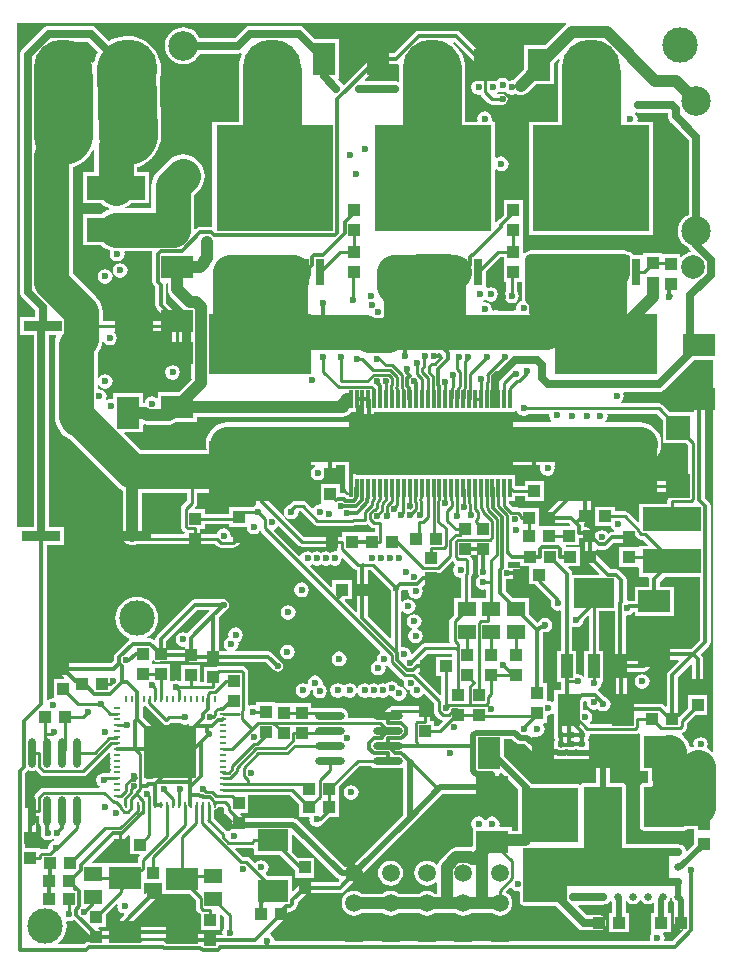
<source format=gbl>
%FSTAX23Y23*%
%MOIN*%
%SFA1B1*%

%IPPOS*%
%ADD10R,0.043310X0.039370*%
%ADD12R,0.102360X0.074800*%
%ADD16R,0.137800X0.098430*%
%ADD17R,0.039370X0.078740*%
%ADD22R,0.039370X0.043310*%
%ADD23R,0.059060X0.051180*%
%ADD24R,0.074800X0.106300*%
%ADD30R,0.029530X0.089960*%
%ADD31R,0.391540X0.354920*%
%ADD32C,0.011810*%
%ADD33C,0.118110*%
%ADD34C,0.027560*%
%ADD35C,0.009840*%
%ADD36C,0.196850*%
%ADD38C,0.015750*%
%ADD45C,0.118110*%
%ADD46C,0.196850*%
%ADD47C,0.098430*%
%ADD48R,0.059060X0.059060*%
%ADD49C,0.059060*%
%ADD50C,0.078740*%
%ADD51C,0.023620*%
%ADD52C,0.027170*%
%ADD53C,0.039370*%
%ADD54R,0.106300X0.074800*%
%ADD55R,0.344490X0.204720*%
%ADD56O,0.027560X0.098430*%
%ADD57C,0.024800*%
%ADD58R,0.196850X0.078740*%
%ADD59R,0.125980X0.037400*%
%ADD60O,0.098430X0.027560*%
%ADD61R,0.551180X0.200790*%
%ADD62R,0.011810X0.061020*%
%ADD63R,0.078740X0.078740*%
%ADD64O,0.009840X0.025590*%
%ADD65O,0.025590X0.009840*%
%ADD66R,0.177160X0.177160*%
%ADD67C,0.019690*%
%ADD68C,0.009060*%
%ADD69R,0.185000X0.180000*%
%ADD70R,0.135000X0.135000*%
%ADD71R,0.130000X0.210000*%
%ADD72R,0.145000X0.055000*%
%ADD73R,0.485000X0.130000*%
%LNninja_3_2_pcb-1*%
%LPD*%
G36*
X0179Y00789D02*
Y0074D01*
X01791*
Y00725*
X0179Y0072*
X01792Y00711*
X01796Y00705*
X01792Y00699*
X0179Y0069*
X01788Y00687*
X01773*
X01772Y00687*
X01766Y00689*
X0176Y0069*
X01755Y0069*
X01735Y00711*
X01736Y00716*
X01744Y00717*
X01752Y00722*
X01757Y0073*
X01759Y0074*
X01757Y00749*
X01753Y00754*
X01756Y00759*
X01766*
Y00784*
X0177Y00787*
X01772Y00787*
X01781Y00789*
X01785Y00791*
X0179Y00789*
G37*
G36*
X01993Y00953D02*
X01994Y00946D01*
X01996Y00943*
Y0081*
X01998Y00803*
X02002Y00797*
X02007Y00792*
X02013Y00788*
X0202Y00786*
X02027Y00788*
X02027Y00788*
X02052*
X02055Y00783*
X02053Y0078*
X02051Y00774*
Y00757*
X01911*
X0191Y00762*
X01911Y00764*
X01916Y00771*
X01918Y00781*
X01916Y0079*
X01911Y00798*
X01903Y00803*
X01894Y00805*
X01892Y00804*
X01888Y00807*
Y00831*
X01892Y00835*
X01898*
X01901Y00831*
X019Y0083*
X01902Y0082*
X01907Y00812*
X01915Y00807*
X01925Y00805*
X01934Y00807*
X01936Y00809*
X01937Y00807*
X01945Y00802*
X01955Y008*
X01964Y00802*
X01972Y00807*
X01977Y00815*
X01979Y00825*
X01977Y00834*
X01972Y00842*
X01964Y00847*
X01956Y00848*
X01939Y00866*
X01936Y00868*
X01936Y00874*
X01942Y00877*
X01947Y00885*
X01949Y00895*
X01952Y00898*
X01955*
Y01001*
X01941*
Y01133*
X01993*
Y00953*
G37*
G36*
X02206Y00967D02*
X02172Y00932D01*
X02168Y00926*
X02166Y0092*
Y00816*
X02162Y00814*
X02157Y00819*
X02151Y00823*
X02144Y00824*
X02033*
Y00931*
X0209*
X02096Y00933*
X02102Y00937*
X02137Y00971*
X02204*
X02206Y00967*
G37*
G36*
X00474Y00651D02*
X00471Y00648D01*
X0047Y00641*
X00471Y00634*
X00475Y00628*
X00481Y00624*
X00488Y00623*
X00491Y0062*
Y00613*
X00453Y00575*
X00438*
X00434Y00574*
X00429Y00578*
Y00656*
X00471*
X00474Y00651*
G37*
G36*
X00309Y00662D02*
X00312Y0066D01*
X0031Y00655*
X00312Y00648*
X00314Y00645*
X00312Y00642*
X0031Y00635*
X00312Y00628*
X00314Y00625*
X00312Y00622*
X0031Y00615*
X00312Y00609*
X00314Y00605*
X00312Y00602*
X0031Y00596*
X00308Y00593*
X00293*
X0029Y00594*
X00286Y00593*
X00286*
X00279Y00592*
X00274Y00588*
X00273Y00587*
X00272Y00587*
X00267Y00579*
X00265Y0057*
X00267Y0056*
X00272Y00552*
X00276Y0055*
X00274Y00545*
X00089*
X00083Y00544*
X00077Y0054*
X00063Y00526*
X00059Y0052*
X00058Y00514*
Y00489*
X00053Y00485*
X0005Y00486*
X00043Y00485*
X00037Y00481*
X00033Y00477*
X00029Y00477*
X00028Y00479*
Y00593*
X00037Y00602*
X00037Y00603*
X00043Y00601*
X0005Y006*
X00056Y00601*
X00062Y00603*
X00063Y00603*
X00063Y00603*
X00077Y00589*
X00083Y00585*
X00089Y00584*
X00221*
X00227Y00585*
X00233Y00589*
X00307Y00663*
X00309Y00662*
G37*
G36*
X00429Y00816D02*
X00486Y00759D01*
X00492Y00755*
X00498Y00754*
X00505Y00755*
X0051Y00759*
X00514Y00762*
X00543*
X0055Y00757*
X0056Y00755*
X00569Y00757*
X00571Y00759*
X00575Y00755*
X00509Y00689*
X00507Y00691*
X00503Y00692*
X00503Y00695*
X00499Y00701*
X00419Y0078*
Y00813*
X00423Y00816*
X00428Y00817*
X00429Y00816*
G37*
G36*
X01452Y00981D02*
X01398D01*
Y00918*
X01414*
Y00857*
X0141Y00855*
X01337Y00928*
X01341Y00931*
X01365*
X01371Y00933*
X01377Y00937*
X01381Y00943*
X01383Y0095*
X01381Y00956*
X01377Y00962*
X01371Y00966*
X01365Y00968*
X01348*
X01346Y00972*
X01367Y00992*
X01452*
Y00981*
G37*
G36*
X00641Y01131D02*
X00568Y01059D01*
X00564Y01062*
X00555Y01064*
X00545Y01062*
X00537Y01057*
X00532Y01049*
X0053Y0104*
X00532Y0103*
X00537Y01022*
X00545Y01017*
X00555Y01015*
X00558Y01016*
X00561Y01013*
Y01004*
X00498*
Y01032*
X00602Y01136*
X0064*
X00641Y01131*
G37*
G36*
X01907Y01116D02*
Y01001D01*
X01892*
Y00917*
X01887Y00915*
X01887Y00917*
X01879Y00922*
X0187Y00924*
X01869Y00923*
X01865Y00927*
Y01001*
X01851*
Y01079*
X01856Y01082*
X01865Y0108*
X01874Y01082*
X01882Y01087*
X01887Y01095*
X01889Y01104*
X01902Y01118*
X01907Y01116*
G37*
G36*
X02277Y01037D02*
X02247Y01008D01*
X0213*
X02123Y01006*
X02117Y01002*
X02082Y00968*
X02029*
Y01118*
X02033Y01121*
X02035Y0112*
X02044Y01122*
X02052Y01127*
X02054Y01131*
X0206*
Y01116*
X02189*
Y01215*
X02143*
Y01232*
X02159Y01248*
X02277*
Y01037*
G37*
G36*
X02322Y00667D02*
X02317Y00665D01*
X02309Y00672*
X02303Y00675*
X02302Y0068*
X02302Y0068*
X02304Y0069*
X02302Y00699*
X02297Y00707*
X02289Y00712*
X0228Y00714*
X0227Y00712*
X02262Y00707*
X02257Y00699*
X02255Y0069*
X02257Y00684*
X02256Y00682*
X02244Y00679*
X0224Y00692*
X02234Y00705*
X02225Y00715*
X02216Y00723*
X02217Y00728*
X02223Y00732*
X02229Y00738*
X02233Y00744*
X02234Y0075*
Y0076*
X0226Y00786*
X02301*
Y00853*
X02238*
Y00812*
X02208Y00782*
X02203Y00784*
Y00912*
X02247Y00956*
X02251Y00954*
Y00886*
X02253Y0088*
X02257Y00874*
X02263Y0087*
X0227Y00868*
X02276Y0087*
X02282Y00874*
X02286Y0088*
X02288Y00886*
Y00975*
X02286Y00981*
X02282Y00987*
X0228Y0099*
X02308Y01017*
X02312Y01023*
X02313Y0103*
Y01484*
X02312Y01491*
X02308Y01497*
X02293Y01512*
Y0184*
X02291Y01846*
X02287Y01852*
X02281Y01856*
X02275Y01858*
X02268Y01856*
X02262Y01852*
X02258Y01846*
X02256Y0184*
Y018*
X02256Y01796*
X02177*
X02152Y01822*
X02146Y01825*
X0214Y01827*
X02017*
X02015Y01832*
X02017Y01832*
X02022Y0184*
X02024Y0185*
X02022Y01859*
X02021Y01859*
X02024Y01864*
X0214*
X02146Y01865*
X02152Y01867*
X02158Y01871*
X02258Y01971*
X02322*
Y00667*
G37*
G36*
X00132Y0205D02*
X00132Y02049D01*
X00128Y02036*
X00126Y02022*
Y01785*
X00128Y01771*
X00132Y01758*
X00135Y01752*
X00137Y01745*
X00143Y01733*
X00152Y01722*
X00163Y01713*
X00175Y01707*
X00333Y01549*
X00343Y0154*
X00353Y01535*
Y01385*
X00354Y01376*
X00357Y01369*
X00362Y01362*
X00369Y01357*
X00376Y01354*
X00385Y01353*
X00393Y01354*
X004Y01357*
X00401Y01357*
X0066*
X00668Y0135*
X00674Y01346*
X0068Y01345*
X00722*
X00728Y01346*
X00734Y0135*
X00752Y01367*
X00755Y01373*
X00757Y0138*
X00755Y01386*
X00752Y01392*
X00746Y01395*
X0074Y01397*
X00733Y01395*
X00727Y01392*
X00718Y01382*
X00715Y01384*
X00714Y01385*
X00712Y01394*
X00707Y01402*
X00699Y01407*
X0069Y01409*
X0068Y01407*
X00672Y01402*
X00667Y01394*
X00667Y01392*
X00612*
Y01408*
X00626*
Y01424*
X00708*
Y01413*
X00766*
X00767Y01405*
X00772Y01397*
X0078Y01392*
X0079Y0139*
X00799Y01392*
X00807Y01397*
X00808Y01399*
X00814*
X00815Y01398*
X01051Y01161*
X01212Y01001*
X01211Y00994*
X01207Y00992*
X01202Y00984*
X012Y00975*
X01202Y00968*
X01195Y00967*
X01187Y00962*
X01182Y00954*
X0118Y00945*
X01182Y00935*
X01187Y00927*
X01195Y00922*
X01205Y0092*
X01214Y00922*
X01222Y00927*
X01227Y00935*
X01229Y00945*
X01227Y00951*
X01234Y00952*
X01235Y00953*
X01237Y00951*
X01281Y00907*
X01286Y00903*
X01292Y00902*
X0129Y00894*
X01292Y00885*
X01297Y00877*
X01305Y00872*
X01311Y00871*
X0131Y0087*
X01312Y0086*
X01317Y00852*
X01325Y00847*
X01335Y00845*
X01344Y00847*
X01352Y00852*
X01354Y00857*
X01359Y00857*
X0139Y00827*
Y008*
X01391Y00794*
X01395Y00788*
X01408Y00775*
X01414Y00771*
X01417Y0077*
X01419Y00765*
X01403Y0075*
X01391*
Y00766*
X01377*
Y008*
X01375Y00806*
X01372Y00812*
X01366Y00815*
X0136Y00817*
X01251*
X01244Y00815*
X01239Y00812*
X01227Y008*
X01223Y00797*
X01219Y00791*
X01218Y00785*
Y00781*
X01213Y00776*
X01211Y00777*
X01108*
X01104Y00782*
X01104Y00785*
X01103Y00791*
X01101Y00797*
X01097Y00803*
X01091Y00807*
X01085Y00809*
X01078Y0081*
X01039*
X01033Y00812*
X00981*
Y00828*
X00861*
Y0083*
X00798*
Y00823*
X00793Y00819*
X00786Y00821*
X00777Y00819*
X00777Y00818*
X00772Y00821*
Y00928*
X00771Y00934*
X00767Y0094*
X00761Y00946*
X00755Y0095*
X00749Y00951*
X00674*
X00667Y0095*
X00665Y00948*
X00623*
Y00897*
X00611*
Y00953*
X00548*
Y00902*
X00543Y00899*
X00539Y00902*
X0053Y00904*
X0052Y00902*
X00516Y00899*
X00511Y00902*
Y00958*
X00456*
X00451*
Y00968*
X00456Y0097*
X00457Y00969*
X00463Y00965*
X0047Y00963*
X00476Y00965*
X00482Y00969*
X00482Y00969*
X00485Y00968*
X00572*
X00578Y00965*
X00585Y00963*
X0083*
X00857Y00937*
X00863Y00933*
X0087Y00931*
X00876Y00933*
X00882Y00937*
X00886Y00943*
X00888Y0095*
X00886Y00956*
X00882Y00962*
X0085Y00994*
X00844Y00998*
X00838Y00999*
X00729*
X00727Y01004*
X00732Y01007*
X00737Y01015*
X00739Y01025*
X00737Y01032*
X00739Y01032*
X00747Y01037*
X00752Y01045*
X00754Y01055*
X00752Y01064*
X00747Y01072*
X00739Y01077*
X0073Y01079*
X0072Y01077*
X00712Y01072*
X00707Y01064*
X00705Y01055*
X00707Y01047*
X00705Y01047*
X00697Y01042*
X00692Y01034*
X0069Y01025*
X00692Y01015*
X00697Y01007*
X00702Y01004*
X007Y00999*
X00673*
Y01112*
X00702Y01142*
X00706Y01148*
X00708Y01155*
X00706Y01161*
X00702Y01167*
X00696Y01171*
X0069Y01173*
X00595*
X00588Y01171*
X00582Y01167*
X00467Y01052*
X00463Y01046*
X00462Y0104*
X00459Y01039*
X00456Y01038*
X00451Y01042*
X00444Y01043*
X00436*
X00435Y01048*
X00439Y0105*
X0045Y01059*
X00459Y0107*
X00465Y01082*
X00469Y01096*
X00471Y0111*
X00469Y01123*
X00465Y01137*
X00459Y01149*
X0045Y0116*
X00439Y01169*
X00427Y01175*
X00413Y01179*
X004Y01181*
X00386Y01179*
X00372Y01175*
X0036Y01169*
X00349Y0116*
X0034Y01149*
X00334Y01137*
X0033Y01123*
X00328Y0111*
X0033Y01096*
X00334Y01082*
X0034Y0107*
X00349Y01059*
X0036Y0105*
X00372Y01044*
X00374Y01043*
X00374Y01038*
X00374Y01038*
X00328Y00992*
X00324Y00986*
X00323Y00979*
Y00967*
X00315Y00959*
X00155*
X00148Y00958*
X00142Y00954*
X00138Y00948*
X00136Y00941*
X00138Y00935*
X00142Y00929*
X00158Y00913*
X00156Y00908*
X00123*
Y00846*
X0012Y00844*
X0011Y00842*
X00104Y00838*
X00099Y0084*
Y01354*
X00156*
Y01415*
X00107*
Y02054*
X00129*
X00132Y0205*
G37*
G36*
X01247Y01202D02*
Y01045D01*
X01243Y01043*
X01169Y01117*
Y01205*
Y0127*
X0118*
X01247Y01202*
G37*
G36*
X00337Y00155D02*
X00335Y0015D01*
X00337Y0014*
X00342Y00132*
X0035Y00127*
X00356Y00126*
X00357Y00121*
X00347Y0011*
X00343Y00104*
X00341Y00098*
Y0007*
X00337Y00066*
X00281*
X00281Y00066*
X00277Y00072*
X00272Y00076*
X00272Y00076*
X00273Y00081*
X00296*
Y00122*
X00332Y00158*
X00337Y00155*
G37*
G36*
X00246Y00048D02*
Y00048D01*
X00248Y00041*
X0025Y00037*
X00248Y00032*
X0024*
X00233Y00031*
X00227Y00027*
X00223Y00023*
X00139*
X00137Y00028*
X00145Y00034*
X00154Y00045*
X0016Y00057*
X00164Y00071*
X00166Y00085*
X00164Y00097*
X00166Y001*
X00169Y00102*
X00175Y001*
X00184Y00102*
X00189Y00106*
X00246Y00048*
G37*
G36*
X01068Y00244D02*
X01073Y00241D01*
X01074Y00235*
X01069Y0023*
X0096*
X00953Y00229*
X00947Y00225*
X00922Y002*
X00917Y00202*
Y00249*
X00837*
X00829Y00256*
X0083Y00261*
X00832Y00262*
X00837Y0027*
X00839Y0028*
X00837Y00289*
X00832Y00297*
X00824Y00302*
X00815Y00304*
X00805Y00302*
X00797Y00297*
X00796Y00295*
X00791Y00294*
X00776Y0031*
X0077Y00314*
X00764Y00315*
X00754*
X00728Y0034*
X0073Y00345*
X00785*
X00787Y00345*
X00792Y00341*
Y0032*
X00878*
X00928Y0027*
Y00245*
X00991*
Y00312*
X00937*
X00917Y00331*
Y00388*
X00922Y0039*
X01068Y00244*
G37*
G36*
X00551Y00033D02*
X00549Y00028D01*
X00498*
X00494Y00031*
X00487Y00033*
X00419*
X00413Y00031*
X00361*
X00359Y00036*
X00367Y00045*
X00539*
X00551Y00033*
G37*
G36*
X02184Y00172D02*
X02189Y00165D01*
X02192Y00161*
Y00095*
X02194Y00086*
X02199Y00079*
X02206Y00074*
X02215Y00072*
X02219Y00073*
X02221Y00069*
X02185Y00033*
X0216*
X02157Y00038*
X02159Y00045*
X02157Y00054*
X02154Y00058*
X02157Y00063*
X02181*
Y00126*
X0217*
Y00162*
X02172Y00163*
X02177Y00171*
X02178Y00176*
X02183*
X02184Y00172*
G37*
G36*
X00485Y00191D02*
X00575D01*
X00597Y00169*
Y00144*
X00598Y00138*
X00602Y00132*
X00608Y00126*
X00613Y00123*
Y00071*
X00676*
Y00122*
X00681Y00124*
X00692Y00112*
Y00076*
X00687Y00069*
X00685Y0006*
X00686Y00058*
X00683Y00054*
X00652*
X00651Y00054*
X00645Y00056*
X00579*
X00559Y00075*
X00553Y00079*
X00546Y00081*
X00378*
Y0009*
X00467Y0018*
X00471Y00186*
X00473Y00193*
X00471Y00199*
X00467Y00205*
X00461Y00209*
X00455Y00211*
X00448Y00209*
X00442Y00205*
X00428Y00192*
X00424Y00195*
Y00226*
X00485*
Y00191*
G37*
G36*
X02076Y00724D02*
Y006D01*
X02103*
Y0058*
X02105Y00567*
X02104Y00565*
X02101Y00562*
X0209*
X02085Y00561*
X02081Y00558*
X02078Y00554*
X02077Y0055*
Y00415*
X02078Y0041*
X02081Y00406*
X02085Y00403*
X0209Y00402*
X02225*
X02229Y00403*
X02233Y00406*
X02233Y00406*
X02258*
Y00396*
Y00391*
Y00357*
X02235Y00334*
X0223Y00336*
X02229Y00337*
X02227Y00343*
X02223Y00349*
X02217Y00353*
X02211Y00355*
X02205Y00356*
X02176*
X02175Y00357*
X02032*
Y0055*
X02031Y00554*
X02028Y00558*
X02024Y00561*
X0202Y00562*
X01977*
Y00641*
X01977Y00642*
X01979Y00648*
X0198Y00655*
X01979Y00661*
X01977Y00667*
X01973Y00673*
X01963Y00683*
X01957Y00687*
X01951Y00689*
X01945Y0069*
X01938Y00689*
X01932Y00687*
X01928Y00684*
X01911*
X01908Y00688*
X01909Y0069*
X01907Y00699*
X01903Y00705*
X01907Y00711*
X01909Y0072*
X01911Y00723*
X02062*
X02069Y00725*
X02071Y00727*
X02076Y00724*
G37*
G36*
X01672Y00539D02*
Y00402D01*
X01649*
Y00414*
X01611*
X01607Y00419*
X01609Y00425*
X01607Y00434*
X01602Y00442*
X01594Y00447*
X01585Y00449*
X01575Y00447*
X01567Y00442*
X01565Y00438*
X01559*
X01557Y00442*
X01549Y00447*
X0154Y00449*
X0153Y00447*
X01522Y00442*
X01517Y00434*
X01515Y00425*
X01517Y00415*
X0152Y00412*
Y0035*
X01515Y00346*
X01511Y00346*
X01465*
X01457Y00345*
X0145Y00342*
X01443Y00337*
X01411Y00305*
X01406Y00298*
X01402Y00291*
X01402Y00289*
X01397Y00288*
X01396Y00289*
X01388Y00296*
X01378Y003*
X01367Y00301*
X01356Y003*
X01346Y00296*
X01338Y00289*
X01331Y0028*
X01327Y0027*
X01325Y0026*
X01327Y00249*
X01331Y00239*
X01338Y0023*
X01346Y00223*
X01356Y00219*
X01367Y00218*
X01378Y00219*
X01388Y00223*
X01396Y0023*
X01398Y0023*
X01401Y00228*
Y00191*
X01394*
X01388Y00196*
X01378Y002*
X01367Y00201*
X01356Y002*
X01346Y00196*
X0134Y00191*
X01272*
X01267Y00196*
X01257Y002*
X01246Y00201*
X01235Y002*
X01225Y00196*
X01219Y00191*
X01151*
X01145Y00196*
X01135Y002*
X01125Y00201*
X01114Y002*
X01104Y00196*
X01095Y00189*
X01088Y0018*
X01084Y0017*
X01083Y0016*
X01084Y00149*
X01088Y00139*
X01095Y0013*
X01104Y00123*
X01114Y00119*
X01125Y00118*
X01135Y00119*
X01145Y00123*
X01151Y00128*
X01219*
X01225Y00123*
X01235Y00119*
X01246Y00118*
X01257Y00119*
X01267Y00123*
X01272Y00128*
X0134*
X01346Y00123*
X01356Y00119*
X01367Y00118*
X01378Y00119*
X01388Y00123*
X01394Y00128*
X01462*
X01467Y00123*
X01477Y00119*
X01488Y00118*
X01499Y00119*
X01509Y00123*
X01515Y00128*
X01583*
X01589Y00123*
X01599Y00119*
X0161Y00118*
X0162Y00119*
X0163Y00123*
X01639Y0013*
X01646Y00139*
X0165Y00149*
X01651Y0016*
X0165Y0017*
X01646Y0018*
X01639Y00189*
X01632Y00194*
X01631Y002*
X01643Y00212*
X0165Y00211*
X01652Y00207*
X0166Y00202*
X0167Y002*
X01674Y00201*
X01677Y00198*
Y00165*
X01678Y0016*
X01681Y00156*
X01685Y00153*
X0169Y00152*
X01796*
X01872Y00076*
X01878Y00072*
X01884Y0007*
X01891Y00069*
X0194*
X01946Y0007*
X01952Y00072*
X01958Y00076*
X01962Y00082*
X01964Y00088*
X01965Y00095*
X01964Y00101*
X01962Y00107*
X01958Y00113*
X01952Y00117*
X01946Y00119*
X0194Y0012*
X01901*
X01871Y0015*
X01873Y00155*
X01955*
X01961Y00156*
X01967Y00158*
X01973Y00162*
X01976Y00167*
X0198Y00167*
X01982Y00167*
X01984Y00165*
Y00126*
X01973*
Y00063*
X0204*
Y00126*
X02029*
Y00167*
X02034Y00168*
X02037Y00163*
X02045Y00158*
X02055Y00156*
X02064Y00158*
X02072Y00163*
X02077Y0017*
X02079Y00171*
X0208*
X02082Y0017*
X02087Y00163*
X02095Y00158*
X02105Y00156*
X02114Y00158*
X0212Y00162*
X02125Y0016*
Y00126*
X02114*
Y00063*
X02115Y00058*
X02112Y00054*
X0211Y00045*
X02112Y00038*
X02109Y00033*
X0086*
X00859Y00035*
X00857Y00044*
X00852Y00052*
X00846Y00055*
X00844Y00061*
X00894Y00111*
X00898Y00117*
X00899Y00124*
Y00126*
X00905Y00132*
X00911*
X00918Y00134*
X00923Y00137*
X0093Y00144*
X00934Y0015*
X00936Y00157*
Y00162*
X00967Y00194*
X01077*
X01084Y00195*
X0109Y00199*
X01129Y00238*
X01133Y00239*
X0114Y00244*
X01325Y00429*
X0142Y00524*
X01585*
X01593Y00525*
X016Y0053*
X01605Y00537*
X01607Y00546*
Y00591*
X01607Y00591*
X0161Y00595*
X01617*
X01672Y00539*
G37*
G36*
X01182Y00616D02*
X01188Y00612D01*
X01194Y0061*
X01201Y00609*
X01271*
X01278Y0061*
X01282Y00611*
X01287Y00609*
Y00454*
X01115Y00282*
X01093*
X00937Y00438*
X0093Y00442*
X00922Y00444*
X00755*
X00752Y00449*
X00744Y00456*
X00746Y00461*
X00771*
Y00519*
X0091*
X00941Y00489*
Y00448*
X00973*
X00976Y00444*
X00975Y0044*
X00977Y0043*
X00982Y00422*
X0099Y00417*
X01Y00415*
X01009Y00417*
X01017Y00422*
X01018Y00425*
X01022Y00427*
X01042Y00448*
X01075*
Y00508*
Y00549*
X01144Y00617*
X01181*
X01182Y00616*
G37*
G36*
X01662Y00696D02*
X0167Y00691D01*
X01678Y0069*
X01693*
X0173Y00653*
X0173Y00653*
X01732Y00647*
X01736Y00641*
X01742Y00637*
X01748Y00635*
X01755Y00634*
X01761Y00635*
X01767Y00637*
X01773Y00641*
X01774Y00642*
X01793*
X01795Y00641*
X01803Y0064*
X01826*
X01832Y00641*
X01838Y0064*
X01861*
X01865Y0064*
X01868Y0064*
X01932*
Y00562*
X0189*
X01885Y00561*
X01881Y00558*
X01878Y00554*
X01874Y00556*
X0187Y00557*
X01718*
X01623Y00652*
Y00706*
X01652*
X01662Y00696*
G37*
G36*
X00376Y00385D02*
Y00323D01*
X00407*
X00409Y00318*
X00408Y00317*
X00404Y00312*
X00403Y00305*
Y00293*
X00252*
X0025Y00298*
X00321Y00368*
X00326Y00366*
Y00355*
X00327Y00348*
X00331Y00342*
X00336Y00339*
X00343Y00337*
X00349Y00339*
X00355Y00342*
X00358Y00348*
X0036Y00355*
Y00377*
X00364Y0038*
X00372Y00387*
X00376Y00385*
G37*
G36*
X00074Y00433D02*
X00075Y00426D01*
X00077Y0042*
X00081Y00414*
X00081Y00414*
Y004*
X0008Y00395*
X00082Y00385*
X00087Y00377*
X00095Y00372*
X00105Y0037*
X00114Y00372*
X0012Y00376*
X00125Y00373*
X00125Y0037*
X00124Y00368*
X0012Y00367*
X00112Y00362*
X00107Y00354*
X00105Y00345*
X00103Y00342*
X00084*
X00081Y00341*
X00076Y00343*
Y00343*
X00028*
Y00361*
X00029Y00362*
X00033Y00363*
X00038Y0036*
X00045Y00358*
X00051Y0036*
X00057Y00364*
X00061Y0037*
X00063Y00376*
Y00451*
X00074*
Y00433*
G37*
G36*
X0069Y00477D02*
Y00469D01*
X00691Y00462*
X00695Y00457*
X00719Y00433*
X00717Y00428*
X00719Y00419*
X00723Y00413*
X00722Y00409*
X00721Y00408*
X00715Y00407*
X00707Y00402*
X00706Y004*
X007*
X00699Y00402*
X00657Y00444*
Y00472*
X00657Y00472*
X00664Y00474*
X00669Y00477*
X00672Y0048*
X00687*
X0069Y00477*
G37*
G36*
X01095Y01545D02*
X01096Y01538D01*
X011Y01532*
X01106Y01528*
X01113Y01526*
Y0152*
X01103*
X01102Y01521*
X01096Y01525*
X01089Y01526*
X01076*
Y01556*
X01013*
Y01493*
X0101Y01489*
X01Y01487*
X00992Y01482*
X0099Y01478*
X00983Y01477*
X00965Y01495*
X0096Y01499*
X00953Y015*
X00928*
X00922Y01499*
X00916Y01495*
X00908Y01487*
X00905Y01487*
X00897Y01482*
X00892Y01474*
X0089Y01465*
X00892Y01455*
X00897Y01448*
X00893Y01445*
X00829Y0151*
Y01531*
X00839Y01534*
X00851Y0154*
X00862Y01549*
X00871Y0156*
X00877Y01572*
X00881Y01586*
X00883Y016*
Y01621*
X00993*
X00994Y01616*
X00987Y01612*
X00982Y01604*
X0098Y01595*
X00982Y01585*
X00987Y01577*
X00995Y01572*
X01005Y0157*
X01014Y01572*
X01022Y01577*
X01024Y0158*
X01029Y0158*
X01032Y01577*
X01038Y01573*
X01045Y01571*
X01051Y01573*
X01057Y01577*
X01061Y01583*
X01063Y0159*
Y01621*
X01095*
Y01545*
G37*
G36*
X01893Y016D02*
X01894Y0159D01*
X01762Y01457*
X01758Y01451*
X01756Y01445*
X01758Y01438*
X01762Y01432*
X01768Y01428*
X01775Y01426*
X01839*
X01845Y01421*
X01843Y01416*
X01741*
X01741Y01421*
Y01476*
X01678*
X01675Y01478*
X01669Y01479*
X01655*
X01642Y01492*
Y01502*
X01662*
Y01516*
X01693*
Y01499*
X01756*
Y01566*
X01693*
Y0155*
X01663*
X01662Y01551*
Y01587*
X01131*
Y01621*
X01706*
Y016*
X01708Y01593*
X01712Y01587*
X01718Y01583*
X01725Y01581*
X01731Y01583*
X01737Y01587*
X01741Y01593*
X01743Y016*
X01745Y016*
X01748Y016*
X01752Y01592*
X0176Y01587*
X0177Y01585*
X01779Y01587*
X01787Y01592*
X01792Y016*
X01794Y0161*
X01792Y01616*
X01796Y01621*
X01893*
Y016*
G37*
G36*
X01156Y01768D02*
X01156Y01767D01*
X01153Y01763*
X01125*
X01117Y01763*
X0111Y01763*
X00702*
X00688Y01762*
X00675Y01758*
X00662Y01751*
X00652Y01742*
X00643Y01732*
X00636Y01719*
X00632Y01706*
X00631Y01692*
X00632Y01678*
X00633Y01675*
X0063Y01671*
X00413*
X00358Y01725*
X0036Y0173*
X0042*
Y01754*
X00424Y01757*
X00426Y01756*
X00434Y01755*
X00508*
X00516Y01756*
X00524Y01759*
X0053Y01764*
X00599*
Y01782*
X01087*
X01095Y01783*
X01103Y01786*
X01109Y01791*
X01114Y01797*
X01131*
Y0182*
X01133Y01821*
X01134Y01822*
X01156*
Y01768*
G37*
G36*
X02153Y01772D02*
Y01693D01*
X02232*
X02238Y01687*
Y01516*
X02185*
X02178Y01515*
X02172Y01511*
X02169Y01506*
X02167Y01499*
Y01491*
X02074*
Y01432*
X0207Y0143*
X02038Y01462*
X02033Y01465*
X02026Y01467*
X01995*
Y01481*
X01928*
Y01418*
X01982*
X01982Y01415*
X01987Y01407*
X01991Y01405*
X01992Y01398*
X01991Y01398*
X01983*
X01976Y01396*
X0197Y01392*
X01969Y01392*
X01967Y01397*
X01959Y01402*
X0195Y01404*
X0194Y01402*
X01932Y01397*
X0193Y01393*
X01925Y01392*
X01924Y01393*
X01909Y01408*
X01903Y01412*
X01896Y01413*
X01891*
Y01418*
X0189Y01425*
X01889Y01426*
X01895Y01432*
X01901Y01433*
X01907Y01437*
X01911Y01443*
X01913Y0145*
Y01522*
X01929Y01538*
X01937Y01534*
X0195Y0153*
X01964Y01528*
X01978Y0153*
X01992Y01534*
X02001Y01539*
X02002Y01537*
X02008Y01534*
X02014Y01532*
X02205*
X02211Y01534*
X02217Y01537*
X0222Y01543*
X02222Y0155*
X0222Y01556*
X02217Y01562*
X02211Y01565*
X02205Y01567*
X02032*
X02029Y01571*
X0203Y01572*
X02034Y01586*
X02035Y016*
Y01621*
X02077*
X02091Y01622*
X02104Y01626*
X02117Y01633*
X02127Y01642*
X02136Y01653*
X02143Y01665*
X02147Y01678*
X02148Y01692*
X02147Y01706*
X02143Y01719*
X02136Y01732*
X02127Y01742*
X02117Y01751*
X02104Y01758*
X02091Y01762*
X02077Y01763*
X01964*
X01962Y01768*
X01967Y01775*
X01969Y01785*
X01968Y01789*
X01971Y01792*
X02132*
X02153Y01772*
G37*
G36*
X00567Y01502D02*
X00552Y01486D01*
X00548Y01481*
X00547Y01474*
Y01415*
X00548Y01409*
X00552Y01403*
X00558Y01397*
X00559Y01397*
X00557Y01392*
X00416*
Y01528*
X00567*
Y01502*
G37*
G36*
X0099Y01423D02*
X00995Y01419D01*
X01002Y01418*
X0112*
X01126Y01419*
X01127Y0142*
X01159*
X01165Y01421*
X0117Y01424*
X01179Y01415*
X01184Y01411*
X01191Y0141*
X01194*
Y01396*
X01083*
Y01382*
X00957*
X00895Y01443*
X00898Y01447*
X00905Y01442*
X00915Y0144*
X00924Y01442*
X00932Y01447*
X00937Y01455*
X00939Y01465*
X0094Y01466*
X00946*
X0099Y01423*
G37*
G36*
X00794Y01503D02*
X00796Y01496D01*
X00798Y01492*
X00796Y01487*
X00795Y01487*
X00788Y01482*
X00758*
X00751Y0148*
X0075Y0148*
X00708*
Y01458*
X00626*
Y01475*
X00595*
X00594Y0148*
X00597Y01483*
X006Y01488*
X00602Y01495*
Y01528*
X00794*
Y01503*
G37*
G36*
X01667Y018D02*
X01672Y01792D01*
X0168Y01787*
X0169Y01785*
X01699Y01787*
X01706Y01792*
X01772*
X01775Y01789*
X01774Y01786*
X01776Y01776*
X01781Y01768*
X01782Y01768*
X01781Y01763*
X01197*
X01194Y01767*
X01194Y01768*
X01193Y01775*
X01192Y01776*
Y01797*
X01662*
Y018*
X01667Y018*
X01667Y018*
G37*
G36*
X01271Y02958D02*
X01275Y02955D01*
X01274Y0294*
Y02902*
X01269Y02898*
X01266Y02899*
X0126Y029*
X01161*
X01159Y02905*
X01211Y02956*
X01263*
X0127Y02958*
X0127Y02958*
X01271Y02958*
G37*
G36*
X01831Y0309D02*
X01828Y03087D01*
X01761Y03019*
X01691*
Y02941*
X01657Y02907*
X01654Y02903*
X0165Y02904*
X0164Y02902*
X01639Y02901*
X01637Y02904*
X01629Y02909*
X0162Y02911*
X0161Y02909*
X01602Y02904*
X01599Y02899*
X01596Y02902*
X01586Y02904*
X01583Y02903*
X01579Y02906*
Y02952*
X01578Y02958*
X01576Y02961*
X01576Y02961*
X01572Y02967*
X01477Y03063*
X01471Y03067*
X01464Y03068*
X01339*
X01332Y03067*
X01326Y03063*
X01256Y02993*
X01203*
X01196Y02991*
X0119Y02987*
X01091Y02888*
X01085Y02889*
X01083Y02893*
X01071Y02905*
X01073Y0291*
X01073*
Y03039*
X00995*
X00958Y03076*
X00953Y0308*
X00947Y03083*
X0094Y03084*
X00778*
X00771Y03083*
X00765Y0308*
X00759Y03076*
X00727Y03043*
X0061*
X00605Y03052*
X00598Y03061*
X00589Y03069*
X00578Y03074*
X00566Y03078*
X00555Y03079*
X00543Y03078*
X00531Y03074*
X0052Y03069*
X00511Y03061*
X00504Y03052*
X00498Y03041*
X00494Y0303*
X00493Y03018*
X00494Y03006*
X00498Y02994*
X00504Y02984*
X00511Y02974*
X0052Y02967*
X00531Y02961*
X00543Y02957*
X00555Y02956*
X00566Y02957*
X00578Y02961*
X00589Y02967*
X00598Y02974*
X00605Y02984*
X0061Y02992*
X00738*
X00744Y02993*
X00748Y02994*
X00751Y0299*
X00751Y0299*
X00744Y02974*
X0074Y02957*
X00739Y0294*
X00739Y02935*
X00739Y0293*
Y02765*
X00652*
Y02417*
X00648Y02414*
X00648Y02414*
X00611*
X00605Y02413*
X00599Y02409*
X00596Y02406*
X00591Y02408*
Y0252*
X00605Y02534*
X00614Y02545*
X0062Y02557*
X00624Y02571*
X00626Y02585*
X00624Y02598*
X0062Y02612*
X00614Y02624*
X00605Y02635*
X00594Y02644*
X00582Y0265*
X00568Y02654*
X00555Y02656*
X00541Y02654*
X00527Y0265*
X00515Y02644*
X00504Y02635*
X00469Y026*
X0046Y02589*
X00454Y02577*
X0045Y02563*
X00448Y0255*
Y02476*
X00362*
X0036Y02481*
X00369Y02485*
X00379Y02493*
X0044*
Y02596*
X00401*
Y02614*
X00404Y02614*
X00405Y02615*
X00406Y02615*
X00413Y02618*
X0042Y02621*
X00421Y02622*
X00422Y02622*
X00428Y02626*
X00435Y0263*
X00435Y02631*
X00437Y02632*
X00442Y02636*
X00448Y02641*
X00449Y02642*
X00449Y02643*
X00454Y02649*
X00459Y02655*
X0046Y02656*
X0046Y02657*
X00464Y02663*
X00468Y02669*
X00469Y0267*
X00469Y02672*
X00472Y02678*
X00475Y02685*
X00475Y02687*
X00475Y02688*
X00477Y02695*
X00479Y02702*
X00479Y02703*
X00479Y02705*
X0048Y02712*
X0048Y0272*
X0048Y02721*
X0048Y02722*
X00476Y0291*
X00479Y02922*
X0048Y0294*
X00479Y02957*
X00475Y02974*
X00468Y0299*
X00459Y03005*
X00448Y03018*
X00435Y03029*
X0042Y03038*
X00404Y03045*
X00387Y03049*
X0037Y0305*
X00366Y0305*
X00362Y0305*
X00345Y03048*
X00328Y03044*
X00312Y03037*
X00307Y03034*
X00265Y03076*
X00259Y0308*
X00253Y03083*
X00246Y03084*
X00106*
X00099Y03083*
X00093Y0308*
X00087Y03076*
X00018Y03007*
X00014Y03001*
X00011Y02995*
X0001Y02988*
Y02198*
X00011Y02191*
X00014Y02185*
X00018Y02179*
X00061Y02137*
Y02115*
X00012*
Y02054*
X00056*
Y01415*
X00007*
X00002Y01415*
Y03095*
X0183*
X01831Y0309*
G37*
G36*
X0027Y02997D02*
X00265Y02987D01*
X00259Y02971*
X00257Y02963*
X00252Y02962*
X00244Y02975*
X00233Y02988*
X0022Y02999*
X00205Y03008*
X00189Y03015*
X00172Y03019*
X00155Y0302*
X00137Y03019*
X0012Y03015*
X00104Y03008*
X00092Y03*
X00089Y03004*
X00116Y03032*
X00236*
X0027Y02997*
G37*
G36*
X01545Y02943D02*
Y02906D01*
X01541Y02903*
X0154Y02904*
X0153Y02902*
X01522Y02897*
X01517Y02889*
X01515Y0288*
X01517Y0287*
X01522Y02862*
X0153Y02857*
X0154Y02855*
X01545Y02856*
X01547Y02852*
X01572Y02827*
X01578Y02824*
X01585Y02822*
X0162*
X01626Y02824*
X01632Y02827*
X01635Y02833*
X01637Y0284*
X01635Y02846*
X01632Y02852*
X01626Y02855*
X0162Y02857*
X01604*
X01602Y02862*
X01604Y02862*
X01607Y02867*
X0161Y02865*
X0162Y02863*
X01629Y02865*
X0163Y02866*
X01632Y02862*
X0164Y02857*
X0165Y02855*
X01659Y02857*
X01661Y02859*
X01664Y02857*
X01671Y02854*
X0168Y02853*
X01688Y02854*
X01695Y02857*
X01702Y02862*
X01729Y0289*
X0179*
Y02959*
X01804Y02973*
X01809Y0297*
X01805Y02957*
X01804Y0294*
X01805Y02932*
X01804Y02925*
Y02765*
X01707*
Y02387*
X02122*
Y02765*
X02071*
X02068Y02769*
X02069Y02775*
X02067Y02784*
X02062Y02791*
X02063Y02796*
X02063Y02796*
X02063Y02796*
X0207Y02795*
X0217*
Y02783*
X02171Y02777*
X02173Y02771*
X02177Y02765*
X02181Y02761*
X02239Y02704*
Y02455*
X0223Y0245*
X02221Y02443*
X02214Y02434*
X02208Y02423*
X02204Y02411*
X02203Y024*
X02204Y02388*
X02208Y02376*
X02214Y02365*
X02221Y02356*
X0223Y02349*
X02241Y02343*
X02241Y02343*
X02242Y0234*
X02246Y02335*
X02246Y02333*
X02245Y0233*
X02241Y02329*
X02229Y02324*
X02218Y02316*
X02216Y02313*
X02211Y02315*
Y02325*
X02151*
Y02328*
X02088*
Y02321*
X02055*
X02055Y02321*
X02051Y02327*
X02045Y02331*
X0204Y02332*
X02032Y02335*
X02024Y02336*
X01715*
X01706Y02335*
X01699Y02332*
X01692Y02327*
X01691Y02326*
X01686Y02327*
Y02365*
Y02369*
Y02436*
Y02436*
Y02503*
X01623*
Y02455*
X0161Y02442*
X01601Y02433*
X016Y02431*
X01595Y02432*
Y02603*
X016Y02606*
X01605Y02602*
X01615Y026*
X01624Y02602*
X01632Y02607*
X01637Y02615*
X01639Y02625*
X01637Y02634*
X01632Y02642*
X01624Y02647*
X01615Y02649*
X01605Y02647*
X016Y02643*
X01595Y02646*
Y02765*
X01586*
X01583Y02769*
X01584Y02775*
X01582Y02784*
X01577Y02792*
X01569Y02797*
X0156Y02799*
X0155Y02797*
X01542Y02792*
X01537Y02784*
X01535Y02775*
X01536Y02769*
X01533Y02765*
X01495*
Y0294*
X01494Y02957*
X0149Y02974*
X01483Y0299*
X01474Y03005*
X01463Y03018*
X01455Y03024*
X01457Y0303*
X01459Y0303*
X01545Y02943*
G37*
G36*
X00503Y02227D02*
Y02206D01*
X00504Y02197*
X00507Y0219*
X00512Y02183*
X00555Y0214*
X00562Y02135*
X00569Y02132*
X00577Y02131*
X00582*
Y01912*
X00583Y01906*
X00539Y01863*
X0047*
Y01845*
X00465Y01843*
X00459Y01847*
X0045Y01849*
X0044Y01847*
X00432Y01842*
X00427Y01834*
X00426Y01826*
X0042*
Y01859*
X00321*
Y01845*
X00318Y01842*
X00315Y01842*
X00306Y01841*
X003Y01837*
X00297Y0184*
X00299Y0185*
X00297Y01859*
X00292Y01867*
X00284Y01872*
X00275Y01874*
X00273Y01873*
X00269Y01876*
Y01886*
X00274Y01888*
X00277Y01882*
X00285Y01877*
X00295Y01875*
X00304Y01877*
X00312Y01882*
X00317Y0189*
X00319Y019*
X00317Y01909*
X00312Y01917*
X00304Y01922*
X00295Y01924*
X00285Y01922*
X00277Y01917*
X00274Y01911*
X00269Y01913*
Y01993*
X00274Y01999*
X0028Y02012*
X00284Y02025*
X00285Y0203*
X0029Y02031*
X00292Y02027*
X003Y02022*
X0031Y0202*
X00319Y02022*
X00327Y02027*
X00332Y02035*
X00334Y02045*
X00332Y02054*
X00327Y02062*
X00325Y02062*
X00327Y02067*
X00517*
Y01995*
X00519Y01988*
X00522Y01982*
X00528Y01979*
X00535Y01977*
X00541Y01979*
X00547Y01982*
X0055Y01988*
X00552Y01995*
Y02094*
X00553Y021*
X00551Y02106*
X00547Y02112*
X00498Y02162*
Y02221*
X00497Y02223*
X00501Y02227*
X00503Y02227*
G37*
G36*
X00258Y02669D02*
Y02596D01*
X00219*
Y02493*
X0028*
X0029Y02485*
X00302Y02479*
X00308Y02477*
Y02472*
X00302Y0247*
X0029Y02464*
X0028Y02456*
X00219*
Y02353*
X0028*
X0029Y02345*
X00302Y02339*
X00311Y02336*
X00312Y02334*
X0031Y02325*
X00312Y02315*
X00317Y02307*
X00325Y02302*
X00335Y023*
X00344Y02302*
X00352Y02307*
X00357Y02315*
X00359Y02325*
X00358Y02329*
X00361Y02333*
X0045*
X00452Y02328*
X00451Y02323*
Y02231*
X00453Y02224*
X00457Y02219*
X00461Y02214*
Y02155*
X00463Y02148*
X00467Y02142*
X00502Y02106*
X005Y02102*
X00286*
Y02131*
X00284Y02145*
X0028Y02158*
X00274Y02171*
X00265Y02181*
X00186Y0226*
Y02614*
X00189Y02614*
X00205Y02621*
X0022Y0263*
X00233Y02641*
X00244Y02655*
X00253Y02669*
X00253Y0267*
X00258Y02669*
G37*
G36*
X01623Y02303D02*
Y02298D01*
Y02298*
Y02231*
X01632*
Y02201*
X01627Y02194*
X01625Y02185*
X01627Y02175*
X01632Y02167*
X0164Y02162*
X0165Y0216*
X01659Y02162*
X01667Y02167*
X01672Y02175*
X01674Y02185*
X01672Y02194*
X01667Y02201*
Y02231*
X01683*
Y02173*
X01683Y02167*
X0168Y02167*
X01672Y02162*
X01667Y02154*
X01665Y02145*
X01666Y0214*
X01666Y02139*
X01662Y02136*
X01649Y02134*
X01648Y02134*
X01611*
X0161Y02134*
X01596Y02136*
X01593*
X01587Y02135*
X01583Y02139*
X01584Y0214*
X01582Y02149*
X01577Y02157*
X01569Y02162*
X0156Y02164*
X01555Y02163*
X01554Y02167*
X01558Y0217*
X01562Y02172*
X01566Y0217*
X0157Y02167*
X0158Y02165*
X01589Y02167*
X01597Y02172*
X01602Y0218*
X01604Y0219*
X01602Y02199*
X01597Y02207*
X01589Y02212*
X0158Y02214*
X0157Y02212*
X01569Y02211*
X01564Y02213*
Y02267*
X01611Y02314*
X01623*
Y02303*
G37*
G36*
X01536Y01265D02*
X01538Y01258D01*
X01542Y01252*
Y01249*
X01537Y01247*
X01532Y01239*
X0153Y0123*
X01532Y0122*
X01537Y01212*
X01545Y01207*
X01555Y01205*
X0156Y01207*
X01565Y01203*
Y01177*
X01514*
Y01247*
X01514Y01247*
X01518Y01253*
X01519Y01259*
Y01302*
X01518Y01308*
X01514Y01314*
X01512Y01316*
X01514Y01321*
X01536*
Y01265*
G37*
G36*
X01893Y01372D02*
Y01315D01*
X01895Y01308*
X01899Y01302*
X01941Y01259*
X01939Y01255*
X01851*
Y01258*
X0185Y01264*
X01846Y0127*
X01838Y01278*
X0184Y01283*
X01878*
Y01346*
X0183*
X01829Y01348*
X01832Y01353*
X01873*
Y01377*
X01873Y01377*
X01889*
X01893Y01372*
G37*
G36*
X01643Y01298D02*
X0165Y01296D01*
X01676*
Y01283*
X01708*
Y01223*
X01728*
X01729Y01221*
X01782Y01168*
X0178Y0116*
X01782Y0115*
X01787Y01142*
X01795Y01137*
X01805Y01135*
X0181Y01137*
X01815Y01133*
Y01001*
X01802*
Y00898*
X01815*
Y00869*
X0179*
Y00834*
X01785Y00831*
X01781Y00833*
X01772Y00835*
X0177Y00835*
X01766Y00838*
Y00893*
X01753*
Y01062*
X01753Y01063*
X01761*
X01768Y01064*
X01769Y01065*
X0177Y01065*
X01778Y01071*
X01783Y01078*
X01785Y01088*
X01783Y01097*
X01778Y01105*
X0177Y0111*
X01761Y01112*
X01752Y0111*
X01744Y01105*
X01739Y01098*
X01739Y01098*
X01735Y01095*
X01706Y01124*
Y01177*
X01653*
X01629Y01201*
Y01239*
X01633Y01242*
X01635Y01241*
X01662*
X01668Y01238*
X01675Y01236*
X01681Y01238*
X01687Y01242*
X01691Y01248*
X01693Y01255*
X01691Y01261*
X01687Y01267*
X01682Y01272*
X01676Y01276*
X0167Y01278*
X01636*
Y01296*
X01641Y01299*
X01643Y01298*
G37*
G36*
X01455Y01299D02*
X01458Y01295D01*
X01462Y01292*
X01463Y01287*
X01462Y01287*
X01457Y01279*
X01455Y0127*
X01457Y0126*
X01462Y01252*
X0147Y01247*
X0148Y01245*
X0148Y01245*
Y01177*
X01458*
Y01122*
X01447Y01111*
X01443Y01106*
X01442Y01099*
Y01035*
X01443Y01032*
X01439Y01027*
X0136*
X01353Y01025*
X01347Y01022*
X01318Y00992*
X01313Y00994*
X01312Y00999*
X01307Y01007*
X01299Y01012*
X0129Y01014*
X01285Y01013*
X01282Y01016*
Y01132*
X01287Y01134*
X01287Y01132*
X01295Y01127*
X01305Y01125*
X01314Y01127*
X01322Y01132*
X01327Y0114*
X01329Y0115*
X01327Y01159*
X01322Y01167*
X01314Y01172*
X01305Y01174*
X01295Y01172*
X01287Y01167*
X01287Y01165*
X01282Y01167*
Y01201*
X01286Y01205*
X01303*
X01306Y01201*
X01305Y012*
X01307Y0119*
X01312Y01182*
X0132Y01177*
X0133Y01175*
X01339Y01177*
X01347Y01182*
X01352Y0119*
X01354Y012*
X01352Y01209*
X01349Y01213*
X0136Y01225*
X0138*
X01386Y01226*
X01392Y0123*
X01396Y01236*
X01398Y01243*
X01396Y01249*
X01393Y01255*
X01393Y01257*
X01395Y0126*
X01404*
X0141Y01261*
X01416Y01265*
X0145Y01299*
X01455*
G37*
G36*
X00937Y01352D02*
X00943Y01349D01*
X0095Y01347*
X01067*
Y0134*
X01067Y01337*
X01063Y01333*
X0106Y01334*
X0105Y01332*
X01045Y01328*
X01039Y01332*
X0103Y01334*
X0102Y01332*
X01015Y01328*
X01009Y01332*
X01Y01334*
X0099Y01332*
X00985Y01328*
X00979Y01332*
X0097Y01334*
X0096Y01332*
X00952Y01327*
X00948Y0132*
X00942Y01318*
X00858Y01402*
X0086Y01408*
X00867Y01412*
X00869Y01416*
X00874Y01416*
X00937Y01352*
G37*
G36*
X02063Y01384D02*
X02069Y01377D01*
X02075Y01373*
X02082Y01372*
X02088*
X02105Y01355*
X02103Y01351*
X02074*
Y0135*
X02071Y01346*
X02008*
Y01279*
X02071*
X02074Y01275*
Y01248*
X02104*
X02107Y01243*
X02106Y0124*
Y01215*
X0206*
Y01168*
X0204*
X02035Y01169*
X02033Y0117*
Y01238*
X02031Y01245*
X02027Y01251*
X02011Y01267*
X02005Y01271*
X01998Y01273*
X01979*
X01929Y01322*
Y01336*
X01934Y01339*
X0194Y01338*
X01959*
X01966Y01339*
X01972Y01343*
X01991Y01361*
X0204*
X02046Y01363*
X02052Y01367*
X02056Y01373*
X02058Y0138*
X02057Y01384*
X02061Y01386*
X02063Y01384*
G37*
G36*
X01125Y01275D02*
X01131Y01271D01*
X01133Y01271*
Y01205*
Y01134*
X01129Y01132*
X01093Y01168*
X01095Y01173*
X01118*
Y01236*
X01051*
Y01216*
X01046Y01215*
X00978Y01282*
X0098Y01288*
X00985Y01291*
X0099Y01287*
X01Y01285*
X01009Y01287*
X01015Y01291*
X0102Y01287*
X0103Y01285*
X01039Y01287*
X01045Y01291*
X0105Y01287*
X0106Y01285*
X01069Y01287*
X01077Y01292*
X01082Y013*
X01084Y01309*
X01086Y01311*
X01088Y01312*
X01125Y01275*
G37*
%LNninja_3_2_pcb-2*%
%LPC*%
G36*
X02085Y00924D02*
X02075Y00922D01*
X02067Y00917*
X02062Y00909*
X0206Y009*
X02062Y0089*
X02067Y00882*
X02075Y00877*
X02085Y00875*
X02094Y00877*
X02102Y00882*
X02107Y0089*
X02109Y009*
X02107Y00909*
X02102Y00917*
X02094Y00922*
X02085Y00924*
G37*
G36*
X00905Y01154D02*
X00895Y01152D01*
X00887Y01147*
X00882Y01139*
X0088Y0113*
X00882Y0112*
X00887Y01112*
X00895Y01107*
X00905Y01105*
X00914Y01107*
X00922Y01112*
X00927Y0112*
X00929Y0113*
X00927Y01139*
X00922Y01147*
X00914Y01152*
X00905Y01154*
G37*
G36*
X0095Y01229D02*
X0094Y01227D01*
X00932Y01222*
X00927Y01214*
X00925Y01205*
X00927Y01195*
X00932Y01187*
X0094Y01182*
X0095Y0118*
X00959Y01182*
X00967Y01187*
X00972Y01195*
X00974Y01205*
X00972Y01214*
X00967Y01222*
X00959Y01227*
X0095Y01229*
G37*
G36*
X01249Y009D02*
X0124Y00898D01*
X01232Y00893*
X0123Y00891*
X01229Y00892*
X0122Y00894*
X0121Y00892*
X01205Y00888*
X01199Y00892*
X0119Y00894*
X0118Y00892*
X01175Y00888*
X01169Y00892*
X0116Y00894*
X0115Y00892*
X01142Y00887*
X01137Y00879*
X01137Y00878*
X01132*
X01132Y00879*
X01127Y00887*
X01119Y00892*
X0111Y00894*
X011Y00892*
X01092Y00887*
X01092Y00886*
X01087*
X01087Y00887*
X01079Y00892*
X0107Y00894*
X0106Y00892*
X01052Y00887*
X01047Y00879*
X01045Y0087*
X01047Y0086*
X01052Y00852*
X0106Y00847*
X0107Y00845*
X01079Y00847*
X01087Y00852*
X01087Y00853*
X01092*
X01092Y00852*
X011Y00847*
X0111Y00845*
X01119Y00847*
X01127Y00852*
X01132Y0086*
X01132Y00861*
X01137*
X01137Y0086*
X01142Y00852*
X0115Y00847*
X0116Y00845*
X01169Y00847*
X01175Y00851*
X0118Y00847*
X0119Y00845*
X01199Y00847*
X01205Y00851*
X0121Y00847*
X0122Y00845*
X01229Y00847*
X01237Y00852*
X01238Y00855*
X0124Y00854*
X01249Y00852*
X01252Y00852*
X01252Y0085*
X01257Y00842*
X01265Y00837*
X01275Y00835*
X01284Y00837*
X01292Y00842*
X01297Y0085*
X01299Y0086*
X01297Y00869*
X01292Y00877*
X01284Y00882*
X01275Y00884*
X01272Y00883*
X01271Y00885*
X01266Y00893*
X01258Y00898*
X01249Y009*
G37*
G36*
X00995Y00919D02*
X00985Y00917D01*
X00977Y00912*
X00972Y00904*
X0097Y00895*
X00971Y00893*
X00966Y0089*
X00964Y00892*
X00955Y00894*
X00945Y00892*
X00937Y00887*
X00932Y00879*
X0093Y0087*
X00932Y0086*
X00937Y00852*
X00945Y00847*
X00955Y00845*
X00964Y00847*
X00972Y00852*
X00977Y0086*
X00979Y0087*
X00978Y00871*
X00982Y00873*
X00987Y00871*
X00986Y00867*
X00988Y00858*
X00993Y0085*
X01001Y00845*
X0101Y00843*
X01019Y00845*
X01027Y0085*
X01032Y00858*
X01034Y00867*
X01032Y00877*
X01027Y00884*
X01019Y0089*
X01018Y0089*
X01019Y00895*
X01017Y00904*
X01012Y00912*
X01004Y00917*
X00995Y00919*
G37*
G36*
X00902Y01021D02*
X00893Y01019D01*
X00885Y01014*
X0088Y01006*
X00878Y00997*
X0088Y00988*
X00885Y0098*
X00893Y00975*
X00902Y00973*
X00911Y00975*
X00919Y0098*
X00924Y00988*
X00926Y00997*
X00924Y01006*
X00919Y01014*
X00911Y01019*
X00902Y01021*
G37*
G36*
X01075Y00999D02*
X01065Y00997D01*
X01057Y00992*
X01052Y00984*
X0105Y00975*
X01052Y00965*
X01057Y00957*
X01065Y00952*
X01075Y0095*
X01084Y00952*
X01092Y00957*
X01097Y00965*
X01099Y00975*
X01097Y00984*
X01092Y00992*
X01084Y00997*
X01075Y00999*
G37*
G36*
X01246Y00301D02*
X01235Y003D01*
X01225Y00296*
X01216Y00289*
X0121Y0028*
X01205Y0027*
X01204Y0026*
X01205Y00249*
X0121Y00239*
X01216Y0023*
X01225Y00223*
X01235Y00219*
X01246Y00218*
X01257Y00219*
X01267Y00223*
X01275Y0023*
X01282Y00239*
X01286Y00249*
X01287Y0026*
X01286Y0027*
X01282Y0028*
X01275Y00289*
X01267Y00296*
X01257Y003*
X01246Y00301*
G37*
G36*
X01115Y00554D02*
X01105Y00552D01*
X01097Y00547*
X01092Y00539*
X0109Y0053*
X01092Y0052*
X01097Y00512*
X01105Y00507*
X01115Y00505*
X01124Y00507*
X01132Y00512*
X01137Y0052*
X01139Y0053*
X01137Y00539*
X01132Y00547*
X01124Y00552*
X01115Y00554*
G37*
G36*
X0052Y01954D02*
X0051Y01952D01*
X00502Y01947*
X00497Y01939*
X00495Y0193*
X00497Y0192*
X00502Y01912*
X0051Y01907*
X0052Y01905*
X00529Y01907*
X00537Y01912*
X00542Y0192*
X00544Y0193*
X00542Y01939*
X00537Y01947*
X00529Y01952*
X0052Y01954*
G37*
G36*
X00295Y02274D02*
X00285Y02272D01*
X00277Y02267*
X00272Y02259*
X0027Y0225*
X00272Y0224*
X00277Y02232*
X00285Y02227*
X00295Y02225*
X00304Y02227*
X00312Y02232*
X00317Y0224*
X00319Y0225*
X00317Y02259*
X00312Y02267*
X00304Y02272*
X00295Y02274*
G37*
G36*
X00345Y02294D02*
X00335Y02292D01*
X00327Y02287*
X00322Y02279*
X0032Y0227*
X00322Y0226*
X00327Y02252*
X00335Y02247*
X00345Y02245*
X00354Y02247*
X00362Y02252*
X00367Y0226*
X00369Y0227*
X00367Y02279*
X00362Y02287*
X00354Y02292*
X00345Y02294*
G37*
G36*
X01325Y01124D02*
X01315Y01122D01*
X01307Y01117*
X01302Y01109*
X013Y011*
X01302Y0109*
X01307Y01082*
X01315Y01077*
X01318Y01077*
Y01077*
X01318Y01072*
X01312Y01067*
X01307Y01059*
X01305Y0105*
X01307Y01041*
X01312Y01033*
X0132Y01028*
X01329Y01026*
X01338Y01028*
X01346Y01033*
X01351Y01041*
X01353Y0105*
X01351Y01059*
X01346Y01067*
X01338Y01072*
X01336Y01073*
X01336Y01073*
X01335Y01078*
X01342Y01082*
X01347Y0109*
X01349Y011*
X01347Y01109*
X01342Y01117*
X01334Y01122*
X01325Y01124*
G37*
%LNninja_3_2_pcb-3*%
%LPD*%
G54D10*
X00285Y0089D03*
X00218D03*
X00095Y0078D03*
X00161D03*
X00178Y00294D03*
X00111D03*
X00175Y00235D03*
X00108D03*
Y00175D03*
X00175D03*
X00975Y0054D03*
X01041D03*
X00975Y0048D03*
X01041D03*
X0171Y01315D03*
X01776D03*
X01845D03*
X01911D03*
X01708Y01385D03*
X01775D03*
X0125Y01365D03*
X01183D03*
X02215Y00095D03*
X02148D03*
X0194D03*
X02006D03*
X0041Y00355D03*
X00343D03*
X00815Y00124D03*
X00881D03*
X01085Y01205D03*
X01151D03*
X01675Y01255D03*
X01741D03*
X0133Y01375D03*
X01396D03*
X01775Y01445D03*
X01708D03*
X01906Y01385D03*
X0184D03*
X0105Y01365D03*
X01116D03*
X02185Y00775D03*
X02118D03*
X01365Y0095D03*
X01431D03*
X01895Y0145D03*
X01961D03*
G54D12*
X00855Y00369D03*
Y002D03*
G54D16*
X01924Y01194D03*
G54D17*
X02015Y0095D03*
X01924D03*
X01833D03*
G54D22*
X0212Y02295D03*
Y02228D03*
X0218Y02225D03*
Y02291D03*
X01655Y0247D03*
Y02403D03*
Y02265D03*
Y02331D03*
X01125Y02403D03*
Y0247D03*
Y02265D03*
Y02331D03*
X0042Y00925D03*
Y00991D03*
X0048D03*
Y00925D03*
X0083Y0073D03*
Y00796D03*
X00455Y0026D03*
Y00193D03*
X0089Y00795D03*
Y00728D03*
X0095Y00795D03*
Y00728D03*
X01725Y016D03*
Y01533D03*
X01555Y0134D03*
Y01406D03*
X0147Y00855D03*
Y00788D03*
X0154Y00855D03*
Y00788D03*
X01735Y0086D03*
Y00793D03*
X01495Y0134D03*
Y01406D03*
X015Y0092D03*
Y00986D03*
X0158Y0092D03*
Y00986D03*
X01665Y0092D03*
Y00986D03*
X0229Y00425D03*
Y00358D03*
X0058Y0092D03*
Y00986D03*
X00155Y00875D03*
Y00941D03*
X00045Y0031D03*
Y00376D03*
X00655Y00915D03*
Y00981D03*
X0074Y00495D03*
Y00428D03*
X00725Y00835D03*
Y00901D03*
X00645Y00105D03*
Y00038D03*
X00265Y00115D03*
Y00048D03*
X0096Y00279D03*
Y00212D03*
X01045Y0159D03*
Y01523D03*
X0136Y008D03*
Y00733D03*
X0074Y0138D03*
Y01446D03*
X00595Y01375D03*
Y01441D03*
X0227Y0082D03*
Y00886D03*
X0138Y0131D03*
Y01243D03*
X0204Y0138D03*
Y01313D03*
G54D23*
X015Y01065D03*
Y0114D03*
X01582Y01065D03*
Y0114D03*
X01665Y01065D03*
Y0114D03*
X00655Y00175D03*
Y00249D03*
X00255Y00181D03*
Y00256D03*
G54D24*
X01741Y02955D03*
X0156D03*
X00371Y01795D03*
X0019D03*
X01023Y02975D03*
X01205D03*
X01839Y00805D03*
X0202D03*
X01573Y0066D03*
X01755D03*
X02126Y00665D03*
X01945D03*
G54D30*
X0101Y02265D03*
X0096D03*
X0091D03*
X0081D03*
X0076D03*
X0071D03*
X01537D03*
X01487D03*
X01437D03*
X01337D03*
X01287D03*
X01237D03*
X02065D03*
X02015D03*
X01965D03*
X01865D03*
X01815D03*
X01765D03*
G54D31*
X0086Y02576D03*
X01387D03*
X01915D03*
G54D32*
X02175Y0218D02*
Y0222D01*
Y0218D02*
X0218Y02185D01*
X02175Y0222D02*
X0218Y02225D01*
X00835Y00015D02*
X02193D01*
X02248Y0007*
X00516Y01795D02*
X00535Y01813D01*
X01067Y02394D02*
Y02839D01*
X01203Y02975*
X01205*
X00549Y02334D02*
X00611Y02396D01*
X00648*
X00657Y02387D02*
X0106D01*
X00648Y02396D02*
X00657Y02387D01*
X02255Y0099D02*
X02295Y0103D01*
Y01484*
X02275Y01504D02*
X02295Y01484D01*
X02275Y01504D02*
Y0184D01*
X0023Y00005D02*
X0024Y00014D01*
X0001Y00005D02*
X0023D01*
X0001D02*
Y00601D01*
X02264Y00481D02*
X0229Y00455D01*
X0226Y00485D02*
X02264Y00481D01*
X01335Y00685D02*
X0152D01*
X01236D02*
X01335D01*
X01397Y00546D02*
X01411D01*
X0126Y0066D02*
X01282D01*
X01236Y00685D02*
X0126Y0066D01*
X00635Y0075D02*
X0065D01*
X00595D02*
X00635D01*
Y0073D02*
X0064Y00725D01*
X00635Y0073D02*
Y0075D01*
X01895Y0153D02*
X01964Y016D01*
X01895Y0145D02*
Y0153D01*
X01896Y01395D02*
X01906Y01385D01*
X01873Y01395D02*
X01896D01*
X01495Y0134D02*
X01555D01*
X01151Y01109D02*
X01265Y00996D01*
X0062Y00004D02*
X00669D01*
X00612Y00011D02*
X0062Y00004D01*
X00669D02*
X00676Y00011D01*
X00595Y0075D02*
X00621Y00776D01*
X01586Y01478D02*
X01618Y01446D01*
X01586Y01478D02*
Y01544D01*
X01168Y01496D02*
Y01507D01*
X01145Y01472D02*
X01168Y01496D01*
X01151Y01504D02*
Y01543D01*
X01131Y01484D02*
X01151Y01504D01*
X00386Y01025D02*
X00444D01*
X00341Y00979D02*
X00386Y01025D01*
X00341Y0096D02*
Y00979D01*
Y0096D02*
X00351Y0095D01*
Y00898D02*
Y0095D01*
X00365Y0097D02*
X00375D01*
X00396Y00991*
X01865Y01426D02*
X01873Y01418D01*
X01846Y01445D02*
X01865Y01426D01*
X01888Y0145*
X01895*
X02255Y0099D02*
X0227Y00975D01*
Y00886D02*
Y00975D01*
X01926Y0137D02*
X0194Y01356D01*
X01959*
X01983Y0138*
X0204*
X02185Y0092D02*
X02255Y0099D01*
X02185Y00775D02*
Y0092D01*
X01151Y01109D02*
Y01205D01*
X01266Y0097D02*
Y00995D01*
Y0097D02*
X013Y00936D01*
X01319*
X01333Y0095*
X01365*
X0122Y0087D02*
X01225D01*
X01151Y01284D02*
X01155Y01287D01*
X01151Y01205D02*
Y01284D01*
X01635Y0126D02*
X0167D01*
X01675Y01255*
X01611Y01193D02*
X01665Y0114D01*
X01611Y01193D02*
Y01269D01*
X01618Y01276D02*
Y01446D01*
X01611Y01269D02*
X01618Y01276D01*
X01555Y01265D02*
Y0134D01*
X0032Y00393D02*
X00345D01*
X00206Y0089D02*
X00218D01*
X00155Y00941D02*
X00206Y0089D01*
X0058Y00986D02*
X00585Y00981D01*
X00655*
X00045Y00463D02*
X0005Y00468D01*
X00045Y00376D02*
Y00463D01*
X00676Y00013D02*
X00678Y00015D01*
X00676Y00011D02*
Y00013D01*
X00835Y00015D02*
Y00035D01*
X00678Y00015D02*
X00835D01*
X00608Y0001D02*
X00609Y00011D01*
X00491Y0001D02*
X00608D01*
X00487Y00015D02*
X00491Y0001D01*
X00609Y00011D02*
X00612D01*
X0029Y00015D02*
X003D01*
X00289Y00014D02*
X0029Y00015D01*
X0024Y00014D02*
X00289D01*
X00419Y00015D02*
X00487D01*
X00418Y00013D02*
X00419Y00015D01*
X00301Y00013D02*
X00418D01*
X003Y00015D02*
X00301Y00013D01*
X0048Y00991D02*
X00485Y00986D01*
X0058*
X01735Y0086D02*
Y0107D01*
X02024Y02274D02*
X02038Y02288D01*
X02015Y02265D02*
X02024Y02274D01*
X01077Y00212D02*
X01125Y0026D01*
X0096Y00212D02*
X01077D01*
X01423Y02009D02*
X01438Y01994D01*
Y01975D02*
Y01994D01*
X01404Y01941D02*
X01438Y01975D01*
X01404Y01888D02*
Y01941D01*
X01423Y02009D02*
Y02038D01*
X01325Y019D02*
X0133Y01894D01*
X01301Y01885D02*
Y01909D01*
Y01885D02*
X01308Y01878D01*
Y01842D02*
Y01878D01*
X01174Y01768D02*
Y01838D01*
X01152Y0184D02*
X01172D01*
X01133D02*
X01152D01*
X01775Y01445D02*
X0193Y016D01*
X01262Y02065D02*
X01294Y02032D01*
X01257Y0207D02*
X01262Y02065D01*
X01294Y01985D02*
Y02032D01*
X011Y0146D02*
X01135D01*
X0108Y01484D02*
X01131D01*
X01124Y01502D02*
X01131Y01509D01*
X01095Y01502D02*
X01124D01*
X01089Y01508D02*
X01095Y01502D01*
X0107Y01508D02*
X01089D01*
X01064Y01503D02*
X0107Y01508D01*
X01064Y01503D02*
D01*
X01045Y01523D02*
X01064Y01503D01*
X01135Y0146D02*
X01145Y01469D01*
X01131Y01509D02*
Y01545D01*
X01145Y01469D02*
Y01472D01*
X00258Y00858D02*
X00311D01*
X00351Y00897*
Y00898*
X0065Y0075D02*
X00671Y0077D01*
X00621Y00789D02*
X00637Y00806D01*
Y00841*
X00671Y0077D02*
X00683D01*
X00621Y00776D02*
Y00789D01*
X00683Y0077D02*
X00686Y00773D01*
X001Y004D02*
X00105Y00395D01*
X01229Y00727D02*
X01236D01*
X00198Y00122D02*
Y00134D01*
X00196Y00138D02*
X00208Y0015D01*
X00196Y00136D02*
Y00138D01*
Y00136D02*
X00198Y00134D01*
X00195Y00206D02*
Y00215D01*
Y00206D02*
X00201D01*
X00208Y00199*
Y0015D02*
Y00199D01*
X00175Y00235D02*
X00195Y00215D01*
X00793Y00036D02*
X00881Y00124D01*
X00646Y00036D02*
X00793D01*
X00645Y00038D02*
X00646Y00036D01*
X00213Y00286D02*
X0032Y00393D01*
X00213Y00272D02*
Y00286D01*
X00176Y00235D02*
X00213Y00272D01*
X0229Y00425D02*
Y00455D01*
X02248Y0007D02*
Y00271D01*
X00024Y00615D02*
Y00767D01*
X00081Y00825*
Y01385*
X0047Y00981D02*
X0048Y00991D01*
X01833Y0095D02*
Y01258D01*
X02011Y00953D02*
Y01159D01*
Y00953D02*
X02015Y0095D01*
Y01163D02*
Y01238D01*
X02011Y01159D02*
X02015Y01163D01*
X01776Y01315D02*
X01833Y01258D01*
X0175Y01346D02*
X01803D01*
X0181Y01339*
Y01315D02*
Y01339D01*
X01353Y01243D02*
X0138D01*
X01334Y01223D02*
X01353Y01243D01*
X01278Y01223D02*
X01334D01*
X0117Y01509D02*
Y01543D01*
X01168Y01507D02*
X0117Y01509D01*
X02015Y0095D02*
X0209D01*
X02125Y00985*
X0213Y0099*
X02255*
X02125Y0124D02*
X02185Y013D01*
X02125Y01166D02*
Y0124D01*
X01151Y01543D02*
X01152Y01545D01*
X01873Y01395D02*
Y01418D01*
X01906Y01385D02*
X01911Y0138D01*
Y01315D02*
Y0138D01*
X01775Y01445D02*
X01846D01*
X00175Y00235D02*
X00176D01*
X0036Y00098D02*
X00455Y00193D01*
X0036Y00063D02*
Y00098D01*
X01236Y00635D02*
Y00659D01*
X0119D02*
X01236D01*
X01175Y00674D02*
X0119Y00659D01*
X01175Y00674D02*
Y00695D01*
X0119Y0071*
X01218*
Y00716*
X01229Y00727*
X01236D02*
Y00735D01*
Y0076D02*
Y00785D01*
Y0076D02*
X01282D01*
X01297Y00745*
Y00724D02*
Y00745D01*
X01282Y00709D02*
X01297Y00724D01*
X01236Y00709D02*
X01282D01*
X01236Y00685D02*
Y00709D01*
X00578Y00488D02*
Y0052D01*
X0048Y02155D02*
X00535Y021D01*
X0048Y02155D02*
Y02221D01*
X00469Y02231D02*
X0048Y02221D01*
X00469Y02231D02*
Y02323D01*
X0048Y02334*
X00549*
X0106Y02387D02*
X01067Y02394D01*
X01093Y02394D02*
Y02429D01*
X0099Y02321D02*
X0102D01*
X01093Y02394*
X01464Y0305D02*
X0156Y02955D01*
X01339Y0305D02*
X01464D01*
X01263Y02975D02*
X01339Y0305D01*
X01205Y02975D02*
X01263D01*
X01911Y01315D02*
X01971Y01255D01*
X01998*
X02015Y01238*
X01265Y0121D02*
X01278Y01223D01*
X01015Y02065D02*
X0102Y0207D01*
Y0216*
X001Y004D02*
Y00468D01*
X0015Y0041D02*
Y00468D01*
X00396Y00991D02*
X0042D01*
X01113Y01545D02*
Y01689D01*
X0111Y01692D02*
X01113Y01689D01*
X013Y0194D02*
X01301Y01938D01*
X012Y01896D02*
Y019D01*
Y01896D02*
X01211Y01884D01*
Y0184D02*
Y01884D01*
X02205Y00431D02*
X02211Y00425D01*
X0229*
X02015Y0081D02*
X0202Y00805D01*
X02015Y0081D02*
Y0095D01*
X0046Y00488D02*
X0048D01*
X01404Y01888D02*
X01408Y01884D01*
X01301Y01909D02*
X0131Y01918D01*
X01301Y01927D02*
X0131Y01918D01*
X01408Y0184D02*
Y01884D01*
X01301Y01927D02*
Y01938D01*
X01423Y02038D02*
X0145Y02065D01*
X0133Y0184D02*
Y01894D01*
X01308Y01842D02*
X0131Y0184D01*
X01174Y01768D02*
X01176D01*
X01172Y0184D02*
X01174Y01838D01*
X01133Y0184D02*
X01133Y0184D01*
X00983Y02314D02*
X0099Y02321D01*
X00983Y02288D02*
Y02314D01*
X0096Y02265D02*
X00983Y02288D01*
X01517Y02321D02*
X01522D01*
X0151Y02314D02*
X01517Y02321D01*
X0151Y02288D02*
Y02314D01*
X01487Y02265D02*
X0151Y02288D01*
X02038D02*
Y02314D01*
X01585Y01545D02*
X01586Y01544D01*
X01665Y0114D02*
X01735Y0107D01*
X0171Y01315D02*
X01743D01*
Y01339*
X0175Y01346*
X0181Y01315D02*
X01845D01*
X01636Y01328D02*
Y01329D01*
Y01328D02*
X0165Y01315D01*
X0171*
X0193Y016D02*
X01964D01*
X00918Y0017D02*
X0096Y00212D01*
X00918Y00157D02*
Y0017D01*
X00911Y0015D02*
X00918Y00157D01*
X00898Y0015D02*
X00911D01*
X00881Y00134D02*
X00898Y0015D01*
X00881Y00124D02*
Y00134D01*
X00855Y00369D02*
X00945Y00279D01*
X0096*
X00815Y0016D02*
X00855Y002D01*
X00815Y00124D02*
Y0016D01*
X00108Y00175D02*
Y00235D01*
X00111Y00238D02*
Y00294D01*
X00108Y00235D02*
X00111Y00238D01*
X00546Y00063D02*
X0055Y0006D01*
X0036Y00063D02*
X00546D01*
X00344Y00048D02*
X0036Y00063D01*
X00265Y00048D02*
X00344D01*
X0055Y0006D02*
X00571Y00038D01*
X00645*
X01725Y016D02*
Y01692D01*
X0117Y01543D02*
X01172Y01545D01*
X01045Y0159D02*
Y01687D01*
X0104Y01692D02*
X01045Y01687D01*
X01131Y01545D02*
X01133D01*
X01116Y01365D02*
X01183D01*
X01761Y01081D02*
Y01088D01*
X01735Y0107D02*
X01746Y01081D01*
X01761*
X01282Y0066D02*
X01314Y00629D01*
X01397Y00546*
X0202Y00805D02*
Y00806D01*
X02144D02*
X02176Y00775D01*
X02185*
X0202Y00806D02*
X02144D01*
X00155Y00941D02*
X00323D01*
X00341Y0096*
X00395Y00674D02*
Y00766D01*
X00401Y00773*
X00333Y00674D02*
X00395D01*
X00468Y00565D02*
X00578D01*
X0046Y00557D02*
X00468Y00565D01*
X00578Y00555D02*
X00585D01*
X00615Y00585D02*
Y0069D01*
X0061Y00695D02*
X00615Y0069D01*
X00578Y0052D02*
Y00555D01*
Y00565*
X0061Y00695D02*
X0064Y00725D01*
X0058Y00986D02*
Y01045D01*
X00655Y00981D02*
Y0112D01*
X0069Y01155*
X0058Y01045D02*
X00655Y0112D01*
X0048Y00991D02*
Y0104D01*
X00595Y01155*
X0069*
X00655Y00981D02*
X00838D01*
X0087Y0095*
X00135Y00395D02*
X0015Y0041D01*
X02108Y0115D02*
X02125Y01166D01*
X0204Y0115D02*
X02108D01*
X02035Y01145D02*
X0204Y0115D01*
X01833Y009D02*
Y0095D01*
Y0081D02*
Y009D01*
X01926Y00853D02*
X01955Y00825D01*
X01885Y00853D02*
X01926D01*
X01839Y00807D02*
X01885Y00853D01*
X01833Y0081D02*
X01839Y00805D01*
Y00807*
X0181Y00775D02*
X01839Y00805D01*
Y00775D02*
Y00804D01*
X01815Y0072D02*
X01839D01*
X01838Y0072D02*
X01839Y0072D01*
X0181Y00725D02*
Y00775D01*
X01838Y0072D02*
X01839D01*
X00578Y0052D02*
X00606D01*
X0061Y00516*
X00619*
X00622Y00513*
X00644*
X00468Y00565D02*
X0051Y00606D01*
X0058Y00665D02*
X0061Y00695D01*
X00585Y00555D02*
X00615Y00585D01*
X00578Y00565D02*
Y00596D01*
X00512Y00665D02*
X00535Y00688D01*
X0051Y00665D02*
X00512D01*
X0058*
X00488Y00641D02*
X0051Y00663D01*
X00511Y00664*
X00512Y00665*
X0051Y00606D02*
Y00663D01*
Y00665*
X00595Y0075*
X0051Y00665D02*
X00511Y00664D01*
X00578Y00596*
X005Y00674D02*
X0051Y00665D01*
X00395Y00674D02*
X005D01*
X00401Y00773D02*
Y00853D01*
X004Y00854D02*
X00401Y00853D01*
X00351Y00898D02*
X00366D01*
X004Y00864*
Y00854D02*
Y00864D01*
X0046Y00488D02*
Y00557D01*
X00345Y00393D02*
X00351D01*
X00418Y00459*
X00438Y00557D02*
X0046D01*
X00432Y00551D02*
X00438Y00557D01*
X00432Y00551D02*
X00433Y00549D01*
X00415D02*
X00433D01*
X01815Y00685D02*
X01816Y00686D01*
X01843*
X01839Y0069D02*
Y0072D01*
X01843Y00686D02*
X01846D01*
X01839Y0069D02*
X01843Y00686D01*
X01839Y0072D02*
X0184Y0072D01*
X01884D02*
Y0073D01*
X0188Y00716D02*
X01884Y0072D01*
X01839Y00775D02*
X01884Y0073D01*
X0186Y0069D02*
X01885D01*
X0181Y00725D02*
X01815Y0072D01*
X01815Y0072*
X01815Y00685D02*
Y0069D01*
Y0072*
X0184Y0072D02*
X01884D01*
X01846Y00686D02*
X0185Y0069D01*
X01855Y00695*
X01839Y0072D02*
Y0072D01*
X01855Y00695D02*
X0186Y0069D01*
X01839Y0072D02*
Y00775D01*
X01885Y0069D02*
Y0072D01*
X01884Y0072D02*
X01885Y0072D01*
X00401Y00773D02*
X00486Y00688D01*
X01093Y02429D02*
X01123Y0246D01*
X01125*
Y0247*
X01655Y02461D02*
Y0247D01*
X01623Y02429D02*
X01655Y02461D01*
X01522Y02321D02*
X01614Y02413D01*
Y0242*
X01623Y02429*
X0023Y00886D02*
X00258Y00858D01*
X0023Y00886D02*
Y0089D01*
X00218D02*
X0023D01*
X0047Y00981D02*
Y01D01*
X00444Y01025D02*
X0047Y01D01*
X0001Y00601D02*
X00024Y00615D01*
X00198Y00122D02*
X00261Y0006D01*
X00265*
Y00048D02*
Y0006D01*
G54D33*
X01661Y02063D02*
X01663Y02065D01*
X01598Y02063D02*
X01661D01*
X01663Y02065D02*
X01765D01*
Y02111*
X01596Y02065D02*
X01598Y02063D01*
X01593Y02065D02*
X01596D01*
X01591Y02063D02*
X01593Y02065D01*
X01451Y02063D02*
X01591D01*
X02269Y00482D02*
Y00613D01*
X02236Y0058D02*
X02269Y00613D01*
X02175Y0058D02*
X02236D01*
X02175D02*
Y00665D01*
X02264Y00481D02*
X02268D01*
X02205D02*
X02264D01*
X02268D02*
X02269Y00482D01*
X00585Y016D02*
X00812D01*
X00383D02*
X00585D01*
X01725Y01692D02*
X01964D01*
X02077*
X00812D02*
X0104D01*
X01865Y02124D02*
Y02265D01*
X01964Y02025D02*
Y02264D01*
X0136Y02065D02*
X0145D01*
X01262D02*
X0136D01*
X01437Y02077D02*
Y02265D01*
X01339Y02085D02*
Y02266D01*
Y02085D02*
X0136Y02065D01*
X01287Y02265D02*
X01337D01*
X01257D02*
X01287D01*
X01437Y02077D02*
X0145Y02065D01*
X01339Y02266D02*
X01435D01*
X01337Y02265D02*
X01339Y02266D01*
X01435D02*
X01437Y02265D01*
X0071Y02127D02*
Y02265D01*
X0076Y0222D02*
X0091Y0207D01*
Y02265*
X0033Y02545D02*
Y02685D01*
X0037Y0272*
X00198Y01785D02*
Y02022D01*
X00203Y02027*
X00198Y01785D02*
X00203Y0178D01*
X00185Y0272D02*
Y0274D01*
X00145Y027D02*
X00185Y0274D01*
X00203Y01773D02*
Y0178D01*
X01766Y02113D02*
Y02263D01*
X01765Y02111D02*
X01766Y02113D01*
X00851Y02065D02*
X01015D01*
X00214Y02039D02*
Y02131D01*
X00812Y02025D02*
X00851Y02065D01*
X0145D02*
X01451Y02063D01*
X01379Y01692D02*
X01725D01*
X0071Y02127D02*
X00812Y02025D01*
X0091Y02265D02*
X0092D01*
X0081D02*
X0091D01*
X0076D02*
X0081D01*
X0071D02*
X0076D01*
X01964Y016D02*
Y01692D01*
X00812Y016D02*
Y01692D01*
X01437Y02265D02*
X01457D01*
X01765D02*
X01815D01*
X01865*
X01965*
X01985*
X0104Y01692D02*
X0111D01*
X01125D02*
X01379D01*
X00203Y0178D02*
X00383Y016D01*
X01765Y02265D02*
X01766Y02263D01*
X0013Y02935D02*
X00155Y0291D01*
X00115Y0265D02*
X00185Y0272D01*
X00115Y0223D02*
X00214Y02131D01*
X00115Y0223D02*
Y0265D01*
X00702Y01692D02*
X00812D01*
X01257Y02216D02*
Y02265D01*
X01015Y02065D02*
X01161D01*
X01173Y02053*
X01236*
X01248Y02065*
X01262*
X01281Y02094D02*
Y02191D01*
X01257Y0207D02*
X01281Y02094D01*
X01257Y02216D02*
X01281Y02191D01*
X0033Y02405D02*
X0052D01*
Y0255*
X00555Y02585*
G54D34*
X00778Y03058D02*
X0094D01*
X00738Y03018D02*
X00778Y03058D01*
X0052Y03018D02*
X00738D01*
X02265Y02353D02*
Y024D01*
X022Y0278D02*
X02265Y02715D01*
X02196Y02783D02*
X022Y0278D01*
X0219Y02815D02*
X02196Y02808D01*
X02183Y02821D02*
X0219Y02815D01*
X02265Y024D02*
Y02715D01*
X02196Y02783D02*
Y02808D01*
X0214Y02821D02*
X02183D01*
X02105D02*
X0214D01*
X0177Y0189D02*
X0214D01*
X02245Y01995*
X0207Y02821D02*
X02105D01*
X0123Y02875D02*
X0126D01*
X012D02*
X0123D01*
X0117D02*
X012D01*
X0114D02*
X0117D01*
X02245Y02186D02*
X02314Y02255D01*
X02245Y01995D02*
Y02186D01*
X02265Y02353D02*
X02314Y02304D01*
Y02255D02*
Y02304D01*
X01595Y01825D02*
Y01914D01*
X0175Y0191D02*
X0177Y0189D01*
X0175Y0191D02*
Y01955D01*
X01735Y0197D02*
X0175Y01955D01*
X01659Y0197D02*
X01735D01*
X01604Y01914D02*
X01659Y0197D01*
X01595Y01914D02*
X01604D01*
X01595D02*
X01599Y01919D01*
X00036Y02198D02*
X00086Y02148D01*
X00036Y02198D02*
Y02988D01*
X00106Y03058*
X00086Y02085D02*
Y02148D01*
X00106Y03058D02*
X00246D01*
X00365Y0294*
X01023Y02916D02*
X01065Y02875D01*
X01023Y02916D02*
Y02975D01*
X01755Y0066D02*
X0176Y00665D01*
X01891Y00095D02*
X0194D01*
X01805Y00181D02*
X01891Y00095D01*
X01905Y00181D02*
X01955D01*
X01855D02*
X01905D01*
X02155Y00331D02*
X02205D01*
X02155Y00231D02*
X02205D01*
X01705Y00181D02*
Y00231D01*
X01755Y00181D02*
X01805D01*
X01705D02*
X01755D01*
X00081Y01385D02*
Y0208D01*
X02155Y00481D02*
X02205D01*
Y00531*
Y00431D02*
Y00481D01*
X02155Y00431D02*
X02205D01*
X02106D02*
X02155D01*
Y00531D02*
X02205D01*
X02105D02*
X02155D01*
X02105Y00481D02*
Y00531D01*
Y00431D02*
Y00481D01*
X01855D02*
Y00531D01*
Y00431D02*
Y00481D01*
X01805D02*
X01855D01*
X01755Y00431D02*
X01805D01*
X01755Y00481D02*
X01805D01*
X01755Y00431D02*
Y00481D01*
X01705D02*
Y00531D01*
Y00431D02*
Y00481D01*
Y00381D02*
Y00431D01*
X01805Y00531D02*
X01855D01*
X01755D02*
X01805D01*
X01705D02*
X01755D01*
X01805Y00381D02*
X01854D01*
X01755D02*
X01805D01*
X01705D02*
X01755D01*
X0094Y03058D02*
X01023Y02975D01*
X01945Y00665D02*
X01955Y00655D01*
G54D35*
X02176Y02295D02*
X0218Y02291D01*
X0212Y02295D02*
X02176D01*
X0209Y02265D02*
X0212Y02295D01*
X02065Y02265D02*
X0209D01*
X01585Y0284D02*
X0162D01*
X01562Y0287D02*
Y02952D01*
X0156Y02867D02*
X01562Y0287D01*
X0156Y02955D02*
X01562Y02952D01*
X0156Y02865D02*
Y02867D01*
Y02865D02*
X01585Y0284D01*
X02205Y01745D02*
X02255Y01694D01*
Y01506D02*
Y01694D01*
X02248Y01499D02*
X02255Y01506D01*
X0169Y0181D02*
X0214D01*
X017Y01927D02*
Y01935D01*
X01674Y01902D02*
X017Y01927D01*
X01668Y01902D02*
X01674D01*
X01645Y01878D02*
X01668Y01902D01*
X01655Y01925D02*
X01665D01*
X01625Y01895D02*
X01655Y01925D01*
X01566Y01921D02*
X01626Y01981D01*
X01625Y0184D02*
Y01895D01*
X01509Y01924D02*
X01566Y01981D01*
X01566Y0192D02*
Y01921D01*
Y0192D02*
X01569Y01917D01*
Y01899D02*
Y01917D01*
X01546Y0184D02*
Y01908D01*
X0165Y02185D02*
Y0226D01*
X01645Y0184D02*
Y01878D01*
X01335Y00685D02*
Y00694D01*
X01329Y007D02*
X01335Y00694D01*
X01329Y007D02*
Y00759D01*
X01335Y00765*
X0136*
Y008*
X00585Y01495D02*
Y016D01*
X00564Y01474D02*
X00585Y01495D01*
X00564Y01415D02*
Y01474D01*
Y01415D02*
X0057Y01409D01*
X00595*
Y01375D02*
Y01409D01*
X0147Y01307D02*
X01497D01*
X01464Y01313D02*
X0147Y01307D01*
X01464Y01313D02*
Y01366D01*
X0147Y01372D02*
X01577D01*
X01445Y01318D02*
Y01369D01*
X01404Y01277D02*
X01445Y01318D01*
X01429Y0135D02*
Y01409D01*
X01423Y01344D02*
X01429Y0135D01*
X0138Y01344D02*
X01423D01*
X01265Y00996D02*
X01266Y00995D01*
X01265Y00996D02*
Y0121D01*
X00901Y0066D02*
X00926Y00685D01*
X00894Y00676D02*
X0092Y00701D01*
X00799Y00692D02*
X0083Y00722D01*
Y0073*
X00798Y00676D02*
X00894D01*
X00805Y0066D02*
X00901D01*
X00757Y00612D02*
X00805Y0066D01*
X00734Y00612D02*
X00798Y00676D01*
X00792Y00692D02*
X00799D01*
X00718Y00618D02*
X00792Y00692D01*
X00805Y00762D02*
X00855D01*
X00783Y0074D02*
X00805Y00762D01*
X00718Y00674D02*
X00783Y0074D01*
X01925Y00891D02*
Y00895D01*
X01542Y00785D02*
X01727D01*
X0154Y00788D02*
X01542Y00785D01*
X01924Y0095D02*
Y01164D01*
Y01194*
X01865Y01105D02*
X01924Y01164D01*
X01805Y0116D02*
Y0117D01*
X01741Y01233D02*
X01805Y0117D01*
X01741Y01233D02*
Y01255D01*
X01467Y01453D02*
X01467Y01452D01*
X01435Y01435D02*
X01463Y01406D01*
X01435Y01435D02*
Y01467D01*
X0149Y0148D02*
Y01542D01*
X01507Y01494D02*
Y01545D01*
Y01494D02*
X01512Y01489D01*
Y01457D02*
X01515Y01455D01*
X01537Y01445D02*
Y01464D01*
X01529Y01437D02*
X01537Y01445D01*
X01529Y01432D02*
Y01437D01*
Y01432D02*
X01555Y01406D01*
X01553Y01465D02*
X01585Y01433D01*
X01553Y01465D02*
Y0147D01*
X01569Y01471D02*
Y01477D01*
Y01471D02*
X01601Y01439D01*
X01605Y01483D02*
X01635Y01453D01*
X01605Y01483D02*
Y01545D01*
X01625Y01485D02*
X01648Y01462D01*
X01625Y01485D02*
Y01545D01*
X01528Y01473D02*
X01537Y01464D01*
X01546Y01477D02*
X01553Y0147D01*
X01566Y0148D02*
X01569Y01477D01*
X01435Y01467D02*
X01451Y01484D01*
X01463Y01406D02*
X01495D01*
X01428Y01493D02*
Y01545D01*
X01345Y01455D02*
X01348Y01458D01*
X01326Y015D02*
X01332Y01494D01*
Y01475D02*
Y01494D01*
X01312Y01455D02*
X01332Y01475D01*
X0131Y01485D02*
X0131D01*
X01287Y01504D02*
Y01542D01*
X01287Y01504D02*
X01287Y01504D01*
X01287Y01465D02*
Y01504D01*
Y01465D02*
X01287Y01465D01*
Y01462D02*
Y01465D01*
X0128Y01455D02*
X01287Y01462D01*
X01255Y01475D02*
X01257D01*
X01217Y01469D02*
Y01487D01*
X012Y01452D02*
X01217Y01469D01*
X01201Y01479D02*
Y01494D01*
X01195Y01472D02*
X01201Y01479D01*
X01185Y01489D02*
Y015D01*
X01184Y01488D02*
X01185Y01489D01*
X01451Y01484D02*
Y01502D01*
X01467Y01453D02*
Y01544D01*
X02095Y01389D02*
X02171Y01313D01*
X02082Y01389D02*
X02095D01*
X02075Y01396D02*
X02082Y01389D01*
X02075Y01396D02*
Y01401D01*
X02026Y0145D02*
X02075Y01401D01*
X01961Y0145D02*
X02026D01*
X02118Y00775D02*
X02148Y00744D01*
X02211*
X02217Y0075*
X02171Y01313D02*
X02185Y013D01*
X0204Y01313D02*
X02171D01*
X01249Y00963D02*
X01293Y00919D01*
X01249Y00963D02*
Y00988D01*
X01063Y01173D02*
X01249Y00988D01*
X01063Y01173D02*
D01*
X01322Y00919D02*
X01407Y00834D01*
X01293Y00919D02*
X01322D01*
X0131Y0096D02*
X0136Y0101D01*
X01407Y008D02*
Y00834D01*
X0136Y0101D02*
X01464D01*
X01469Y01005D02*
Y01025D01*
Y00855D02*
Y01005D01*
X01464Y0101D02*
X01469Y01005D01*
X01155Y01287D02*
X01187D01*
X01137D02*
X01155D01*
X01063Y01173D02*
X01085Y01195D01*
Y01205*
X00385Y01385D02*
X00395Y01375D01*
X00595*
X00722Y01362D02*
X0074Y0138D01*
X0068Y01362D02*
X00722D01*
X00667Y01375D02*
X0068Y01362D01*
X00595Y01375D02*
X00667D01*
X0074Y01446D02*
X00758Y01465D01*
X00735Y01441D02*
X0074Y01446D01*
X00595Y01441D02*
X00735D01*
X01236Y00785D02*
X01251Y008D01*
X0136*
X01465Y00788D02*
X0147D01*
X0141Y00733D02*
X01465Y00788D01*
X0136Y00733D02*
X0141D01*
X00398Y00526D02*
X00412Y0054D01*
X00398Y00526D02*
X00412Y00512D01*
Y0051D02*
Y00512D01*
Y0051D02*
X00421Y00501D01*
X00343Y00391D02*
X00345Y00393D01*
X00343Y00355D02*
Y00391D01*
X005Y00385D02*
Y00488D01*
X0042Y00305D02*
X005Y00385D01*
X0042Y00275D02*
Y00305D01*
X00559Y00419D02*
Y00488D01*
X00455Y00315D02*
X00559Y00419D01*
X00455Y0026D02*
Y00315D01*
X00414Y00269D02*
X0042Y00275D01*
X00361Y00269D02*
X00414D01*
X0036Y00271D02*
X00361Y00269D01*
X0036Y00244D02*
Y00271D01*
X00686Y00811D02*
X0071Y00835D01*
X00725*
X00698Y00901D02*
X00725D01*
X00661Y00864D02*
X00698Y00901D01*
X00644Y00864D02*
X00661D01*
X00637Y00857D02*
X00644Y00864D01*
X0058Y0088D02*
X00655D01*
X0058Y0088D02*
X0058Y0088D01*
X00655D02*
Y00915D01*
X00637Y00841D02*
Y00857D01*
X00671Y00808D02*
X00683D01*
X00662Y00799D02*
X00671Y00808D01*
X00664Y00517D02*
X00717D01*
X0074Y00495*
X00155Y00875D02*
X00205Y00825D01*
X00078Y00319D02*
X00084Y00325D01*
X00078Y0031D02*
Y00319D01*
X00045Y0031D02*
X00078D01*
X0053Y0088D02*
X0058D01*
Y0092*
X0158D02*
X01655D01*
X01665*
X0139Y01985D02*
X01409D01*
X01404Y0199D02*
X01415Y01979D01*
X01357Y0195D02*
Y01982D01*
X0136Y01985*
X01334Y01953D02*
X01337Y01957D01*
X0147Y0198D02*
X01475D01*
X01505Y01978D02*
Y01981D01*
X01493Y01966D02*
X01505Y01978D01*
X01493Y01878D02*
Y01966D01*
X01455Y01882D02*
Y0192D01*
X01474Y01879D02*
Y01881D01*
X01477Y01885*
Y01929*
X01467Y01939D02*
X01477Y01929D01*
X01467Y01939D02*
Y01977D01*
X0147Y0198*
X01375Y01949D02*
X01384Y01958D01*
X01394*
X01375Y01927D02*
Y01949D01*
X01335Y0196D02*
X01337Y01957D01*
X0135Y0193D02*
Y01942D01*
X01357Y0195*
X01337Y01957D02*
D01*
X01334Y01923D02*
Y01953D01*
Y01923D02*
X01349Y01907D01*
Y0184D02*
Y01907D01*
X0135Y0193D02*
X01369Y0191D01*
X01375Y01927D02*
X01386Y01916D01*
X01369Y0184D02*
Y0191D01*
X01386Y01843D02*
Y01916D01*
X01284Y01878D02*
Y01922D01*
Y01878D02*
X01287Y01875D01*
Y01843D02*
Y01875D01*
X01268Y01843D02*
Y01875D01*
X01264Y01879D02*
X01268Y01875D01*
X01264Y01879D02*
Y01879D01*
X01268Y01884*
Y01915*
X01245Y01938D02*
X01268Y01915D01*
X01248Y01843D02*
Y01875D01*
X01247Y01875D02*
X01248Y01875D01*
X01247Y01875D02*
Y01885D01*
X01252Y0189*
Y01909*
X01239Y01922D02*
X01252Y01909D01*
X0123Y019D02*
X01231Y01898D01*
X01084Y0134D02*
X01137Y01287D01*
X01084Y0134D02*
Y01365D01*
X0105D02*
X01084D01*
X002Y0041D02*
Y00468D01*
X00135Y00345D02*
X002Y0041D01*
X01924Y0089D02*
Y0095D01*
X0147Y00788D02*
Y008D01*
X01463Y00806D02*
X0147Y008D01*
X01452Y00806D02*
X01463D01*
X01452Y008D02*
Y00806D01*
X01439Y00787D02*
X01452Y008D01*
X0142Y00787D02*
X01439D01*
X01407Y008D02*
X0142Y00787D01*
X00915Y01465D02*
Y0147D01*
X00928Y01483*
X00953*
X0095Y01365D02*
X0105D01*
X00812Y01503D02*
Y016D01*
X00953Y01483D02*
X01002Y01435D01*
X0112*
X01122Y01437*
X012Y0145D02*
Y01452D01*
X01727Y00785D02*
X01735Y00793D01*
X0169Y00748D02*
X01727Y00785D01*
X0169Y0074D02*
Y00748D01*
X01924Y0089D02*
X01925Y00891D01*
X01964Y016D02*
X02014Y0155D01*
X02205*
X02185Y01499D02*
X02248D01*
X02185Y0144D02*
Y01499D01*
X00629Y0053D02*
X00651D01*
X00664Y00517*
X00412Y00547D02*
X00415Y00549D01*
X00412Y0054D02*
Y00547D01*
X00379Y00539D02*
X0039Y0055D01*
X00389Y00572D02*
X00396Y0058D01*
X0038Y00572D02*
X00389D01*
X0049Y00536D02*
Y00539D01*
X00539Y00533D02*
X00545Y00539D01*
X00539Y00488D02*
Y00533D01*
X0031Y0089D02*
X0032Y009D01*
X00285Y0089D02*
X0031D01*
X00645Y0078D02*
X00655D01*
X00662Y00787*
Y00799*
X00683Y00808D02*
X00686Y00811D01*
Y00812*
X00441Y00828D02*
X00498Y00771D01*
X00441Y00828D02*
Y00841D01*
X00286Y00576D02*
X00333D01*
X0029Y0057D02*
Y00572D01*
X00286Y00576D02*
X0029Y00572D01*
X01041Y00471D02*
Y0048D01*
X00686Y00792D02*
X00742D01*
X00539Y00841D02*
Y0087D01*
X0053Y0088D02*
X00539Y0087D01*
X00855Y00762D02*
X0089Y00728D01*
X01211Y0076D02*
X01236Y00735D01*
X00997Y0076D02*
X01211D01*
X00995Y00762D02*
X00997Y0076D01*
X00855Y00762D02*
X00995D01*
X00855Y00762D02*
X00855Y00762D01*
X00686Y00674D02*
X00718D01*
X01136Y00635D02*
X01236D01*
X01041Y0054D02*
X01136Y00635D01*
X01041Y0048D02*
Y0054D01*
X00225Y0013D02*
X00234Y00139D01*
Y00141*
X0024Y00147*
X00242*
X00255Y0016*
Y00181*
X0071Y0006D02*
Y0012D01*
X00655Y00175D02*
X0071Y0012D01*
X00346Y00208D02*
X00359Y00221D01*
X00346Y00196D02*
Y00208D01*
X00265Y00115D02*
X00346Y00196D01*
X00178Y00294D02*
X00293Y0041D01*
X00757Y00584D02*
Y00612D01*
X00734Y006D02*
Y00612D01*
X0071Y00576D02*
X00734Y006D01*
X00686Y00576D02*
X0071D01*
X00718Y00606D02*
Y00618D01*
X00706Y00595D02*
X00718Y00606D01*
X00687Y00595D02*
X00706D01*
X00757Y00584D02*
X00771Y0057D01*
Y00561D02*
Y0057D01*
X00766Y00556D02*
X00958D01*
X00686Y00537D02*
X00917D01*
X00766Y00556D02*
X00771Y00561D01*
X01585Y00365D02*
X0165Y00299D01*
Y00243D02*
Y00299D01*
X0161Y00202D02*
X0165Y00243D01*
X0161Y0016D02*
Y00202D01*
X01775Y01385D02*
X0184D01*
X01648Y01462D02*
X01669D01*
X01682Y01445D02*
X01708D01*
X01682D02*
Y01449D01*
X01669Y01462D02*
X01682Y01449D01*
X00075Y00514D02*
X00089Y00528D01*
X00075Y00468D02*
Y00514D01*
X0005Y00468D02*
X00075D01*
Y00615D02*
X00089Y00601D01*
X00075Y00615D02*
Y00661D01*
X0125Y01365D02*
X01268D01*
X01355Y01277*
X01404*
X01445Y01369D02*
X01464Y01388D01*
X01476*
X01495Y01406*
X01405Y01432D02*
X01429Y01409D01*
X01464Y01366D02*
X0147Y01372D01*
X0158Y01301D02*
X01601Y01323D01*
X0158Y01301D02*
X01582Y01299D01*
Y0123D02*
Y01299D01*
X0123Y0145D02*
X01235D01*
X01203Y015D02*
X01211Y01508D01*
X01203Y01496D02*
Y015D01*
X01201Y01494D02*
X01203Y01496D01*
X01191Y01472D02*
X01195D01*
X01177Y01459D02*
X01191Y01472D01*
X01189Y01508D02*
Y01542D01*
X01187Y01506D02*
X01189Y01508D01*
X01187Y01502D02*
Y01506D01*
X01185Y015D02*
X01187Y01502D01*
X01184Y01488D02*
D01*
X01161Y01465D02*
X01184Y01488D01*
X01161Y01439D02*
Y01465D01*
X01219Y01489D02*
Y01493D01*
X01217Y01487D02*
X01219Y01489D01*
X01211Y01508D02*
Y01545D01*
X01177Y0144D02*
Y01459D01*
X01326Y015D02*
Y01508D01*
X01369Y01447D02*
Y01545D01*
X01354Y01432D02*
X01369Y01447D01*
X01342Y01432D02*
X01354D01*
X0134Y0143D02*
X01342Y01432D01*
X0134Y01375D02*
Y0143D01*
X01405Y01432D02*
Y01502D01*
X01235Y01462D02*
Y01482D01*
Y01484*
X01251Y015*
X01255Y01475D02*
X01268Y01487D01*
Y01542*
X01251Y015D02*
Y01545D01*
X01345Y01508D02*
X01346Y01509D01*
X01345Y01504D02*
Y01508D01*
Y01504D02*
X01348Y015D01*
Y01458D02*
Y015D01*
X0123Y0145D02*
X01237Y01457D01*
Y0146*
X01235Y01462D02*
X01237Y0146D01*
X01177Y0144D02*
X01191Y01427D01*
X01209*
X01159Y01437D02*
X01161Y01439D01*
X01122Y01437D02*
X01159D01*
X01231Y01506D02*
Y01545D01*
X01219Y01493D02*
X01231Y01506D01*
X01346Y01509D02*
Y01542D01*
X0131Y01455D02*
X01312D01*
X0131Y01479D02*
X0131Y01479D01*
X0131Y01479D02*
X0131Y01478D01*
Y01479*
Y01485D02*
Y01545D01*
X01187Y01287D02*
X01265Y0121D01*
X01327Y01509D02*
Y01542D01*
X01326Y01508D02*
X01327Y01509D01*
X0214Y0181D02*
X02205Y01745D01*
X01448Y01505D02*
Y01545D01*
Y01505D02*
X01451Y01502D01*
X01635Y01329D02*
Y01453D01*
X01209Y01427D02*
D01*
X01211*
Y01365D02*
Y01427D01*
X00214Y02039D02*
X0026Y02085D01*
X00203Y02027D02*
X00214Y02039D01*
X0026Y02085D02*
X0039D01*
X01502Y01259D02*
Y01302D01*
X01497Y01254D02*
X01502Y01259D01*
X01497Y01142D02*
Y01254D01*
Y01142D02*
X015Y0114D01*
X01741Y02946D02*
Y02955D01*
X00519Y00488D02*
Y00506D01*
X0049Y00536D02*
X00519Y00506D01*
X0046Y00841D02*
Y00876D01*
X0045Y00887D02*
X0046Y00876D01*
X0048Y00841D02*
Y00925D01*
X00764Y00298D02*
X00855Y00207D01*
Y002D02*
Y00207D01*
X00333Y00753D02*
X00366D01*
X0039Y00585D02*
X00391D01*
X00396Y0058*
X01497Y01307D02*
X01502Y01302D01*
X01601Y01323D02*
Y01439D01*
X01566Y0148D02*
Y01545D01*
X01512Y01457D02*
Y01489D01*
X01528Y01473D02*
Y01543D01*
X01546Y01477D02*
Y01545D01*
X01408Y01505D02*
Y01545D01*
X01405Y01502D02*
X01408Y01505D01*
X01252Y01954D02*
X01284Y01922D01*
X01167Y019D02*
X0119Y01922D01*
X01182Y01881D02*
X01191Y01873D01*
X01073Y01881D02*
X01182D01*
X01191Y01841D02*
Y01873D01*
X0119Y01922D02*
X01239D01*
X01186Y01938D02*
X01245D01*
X0042Y00925D02*
X0048D01*
Y00841D02*
X0048Y00841D01*
X0095Y00795D02*
X01033D01*
X01043Y00785*
X0036Y00221D02*
Y00244D01*
X00359Y00221D02*
X0036D01*
X00175Y00125D02*
Y00175D01*
X0112Y0226D02*
X01125Y02265D01*
X01229Y01954D02*
X01252D01*
X01428Y0184D02*
Y01898D01*
X0149Y01875D02*
X01493Y01878D01*
X0149Y01843D02*
Y01875D01*
X01509Y01842D02*
Y01924D01*
X01394Y01958D02*
X01415Y01979D01*
X01566Y01895D02*
X01569Y01899D01*
X01566Y0184D02*
Y01895D01*
X01526Y0184D02*
X01546D01*
X01507D02*
X01509Y01842D01*
X0147Y01875D02*
X01474Y01879D01*
X01487Y0184D02*
X0149Y01843D01*
X0147D02*
Y01875D01*
X01467Y0184D02*
X0147Y01843D01*
X01451D02*
Y01878D01*
X01455Y01882*
X01448Y0184D02*
X01451Y01843D01*
X01386D02*
X01389Y0184D01*
X01085Y019D02*
X01167D01*
X01268Y01843D02*
X0127Y0184D01*
X01287Y01843D02*
X0129Y0184D01*
X01082Y01902D02*
X01085Y019D01*
X01248Y01843D02*
X01251Y0184D01*
X01231D02*
Y01898D01*
X01191Y01841D02*
X01192Y0184D01*
X01022Y01932D02*
X01073Y01881D01*
X01022Y01932D02*
Y01981D01*
X0101Y02265D02*
X01076Y02331D01*
X01125*
X01537Y02265D02*
X01604Y02331D01*
X01655*
Y02403*
X01183Y01365D02*
X01211D01*
X0131Y01479D02*
Y01485D01*
Y01479D02*
X01315Y01484D01*
X0131Y01485D02*
X01314D01*
X01125Y02331D02*
Y02403D01*
X0147Y00788D02*
X0154D01*
X01469Y00855D02*
X0147Y00855D01*
X0158Y01062D02*
X01582Y01065D01*
X0158Y00986D02*
Y01062D01*
X01665Y00986D02*
Y01065D01*
X0157Y01127D02*
X01582Y0114D01*
X0157Y01101D02*
Y01127D01*
X01548Y01101D02*
X0157D01*
X01542Y01095D02*
X01548Y01101D01*
X01459Y01099D02*
X015Y0114D01*
X01459Y01035D02*
Y01099D01*
Y01035D02*
X01469Y01025D01*
X01577Y01372D02*
X01585Y0138D01*
Y01433*
X01526Y01545D02*
X01528Y01543D01*
X01487Y01545D02*
X0149Y01542D01*
X01467Y01544D02*
X01467Y01545D01*
X0138Y0131D02*
Y01343D01*
X0138Y01344*
X01346Y01542D02*
X01349Y01545D01*
X01327Y01542D02*
X0133Y01545D01*
X01314Y01485D02*
X01315Y01484D01*
X01287Y01542D02*
X0129Y01545D01*
X01268Y01542D02*
X0127Y01545D01*
X00255Y00256D02*
X00266Y00244D01*
X0036*
X0055Y00241D02*
X00614Y00176D01*
Y00144D02*
Y00176D01*
Y00144D02*
X0062Y00138D01*
X00645*
Y00105D02*
Y00138D01*
X0055Y00241D02*
X00558Y00249D01*
X00655*
X00598Y00428D02*
Y00488D01*
X0055Y0038D02*
X00598Y00428D01*
X0055Y00241D02*
Y0038D01*
X00293Y0041D02*
X00345D01*
X00095Y00725D02*
Y0078D01*
Y00666D02*
Y00725D01*
X0012*
X00125Y0073*
X01043Y00604D02*
Y00635D01*
X01009Y0057D02*
X01043Y00604D01*
X01009Y00514D02*
Y0057D01*
X00975Y0048D02*
X01009Y00514D01*
X00917Y00537D02*
X00975Y0048D01*
X00686Y00556D02*
X00766D01*
X00958D02*
X00975Y0054D01*
X00926Y00685D02*
X01043D01*
X0092Y00701D02*
Y00728D01*
X0095*
X00161Y0078D02*
X0022D01*
X00236Y00796*
X01036Y00728D02*
X01043Y00735D01*
X0095Y00728D02*
X01036D01*
X0089Y00795D02*
X0095D01*
X00329Y0071D02*
X00333Y00714D01*
X002Y00661D02*
X00259D01*
X00089Y00601D02*
X00221D01*
X0005Y00661D02*
X00075D01*
X00161Y00673D02*
Y0078D01*
X0015Y00661D02*
X00161Y00673D01*
X00095Y00666D02*
X001Y00661D01*
X01189Y01542D02*
X01192Y01545D01*
X01708Y01385D02*
X01708Y01385D01*
X01708Y01385D02*
Y01445D01*
X01645Y01545D02*
X01656Y01533D01*
X01725*
X00535Y01995D02*
Y021D01*
X0039Y02085D02*
X0052D01*
X00535Y021*
X0154Y00855D02*
X01542Y00857D01*
Y01095*
X015Y00986D02*
Y01065D01*
X01555Y0123D02*
X01582D01*
Y0114D02*
Y0123D01*
X01367Y0016D02*
X0138D01*
X00758Y01465D02*
X00805D01*
X00827Y01442*
X00812Y01503D02*
X0095Y01365D01*
X00827Y0141D02*
Y01442D01*
Y0141D02*
X01063Y01173D01*
X00412Y00547D02*
Y00657D01*
X00655Y00915D02*
X00674Y00934D01*
X00749*
X00755Y00928*
X00786Y00796D02*
X0083D01*
X0075Y00773D02*
X00783Y0074D01*
X00755Y00805D02*
Y00928D01*
X0075Y00773D02*
Y008D01*
X00755Y00805*
X00084Y00325D02*
X0011D01*
X0013Y00345*
X00135*
X00221Y00601D02*
X00314Y00694D01*
X00333*
X00259Y00661D02*
X00307Y0071D01*
X00329*
X00205Y00825D02*
X0028D01*
X00312Y00792*
X00333*
X0112Y0217D02*
Y0226D01*
X01208Y01975D02*
X01229Y01954D01*
X012Y01975D02*
X01208D01*
X01149D02*
X01186Y01938D01*
X01135Y01975D02*
X01149D01*
X02068Y00774D02*
X02069Y00775D01*
X02118*
X02068Y00747D02*
Y00774D01*
X01902Y0074D02*
X02062D01*
X01833Y009D02*
X0187D01*
X01839Y00804D02*
Y00805D01*
X02062Y0074D02*
X02068Y00747D01*
X01839Y00804D02*
X01902Y0074D01*
X0162Y00955D02*
X01655Y0092D01*
X015D02*
X01524Y00895D01*
X0158Y00857D02*
Y0092D01*
X01515Y00887D02*
X01524Y00895D01*
X0157Y00847D02*
X0158Y00857D01*
X01509Y00881D02*
X01515Y00887D01*
X01515*
X0157Y00828D02*
Y00847D01*
X01564Y00822D02*
X0157Y00828D01*
X01515Y00822D02*
X01564D01*
X01509Y00828D02*
Y00881D01*
Y00828D02*
X01515Y00822D01*
X01442D02*
X01515D01*
X01431Y00811D02*
X01442Y00822D01*
X01431Y00811D02*
Y0095D01*
X0143Y0081D02*
X01431Y00811D01*
X00398Y00524D02*
Y00526D01*
X00382Y00508D02*
X00398Y00524D01*
X00363Y00534D02*
Y00556D01*
X0038Y00572*
X00379Y00528D02*
Y00539D01*
X00333Y00517D02*
X00346D01*
X00363Y00534*
X00362Y00488D02*
Y0051D01*
X00379Y00528*
X0074Y00428D02*
Y00437D01*
X00645Y00512D02*
X00646D01*
X00655Y00503*
Y00502D02*
Y00503D01*
Y00502D02*
X00657Y005D01*
X0062Y0054D02*
X00629Y0053D01*
X00644Y00513D02*
X00645Y00512D01*
X00657Y00489D02*
Y005D01*
Y00489D02*
X00665Y00497D01*
X00694D02*
X00707Y00484D01*
Y00469D02*
Y00484D01*
Y00469D02*
X0074Y00437D01*
X00665Y00497D02*
X00694D01*
X00089Y00528D02*
X00292D01*
X00323Y00497*
X00331*
X0037Y00465D02*
X00382Y00476D01*
Y00508*
X00357Y00465D02*
X0037D01*
X00346Y00476D02*
X00357Y00465D01*
X00346Y00476D02*
Y00482D01*
X00331Y00497D02*
X00346Y00482D01*
X01Y0044D02*
X0101D01*
X01041Y00471*
X00792Y00369D02*
X00855D01*
X00785Y00362D02*
X00792Y00369D01*
X00638Y00438D02*
X00639Y00439D01*
Y00488*
X00638Y00438D02*
X00687Y0039D01*
Y0038D02*
Y0039D01*
X00618Y00427D02*
X00747Y00298D01*
X00687Y0038D02*
X00705Y00362D01*
X00785*
X00618Y00427D02*
Y00488D01*
X00747Y00298D02*
X00764D01*
X00507Y0078D02*
X0056D01*
X00498Y00771D02*
X00507Y0078D01*
X00395Y00674D02*
X00412Y00657D01*
X0041Y00355D02*
X00441Y00386D01*
X00418Y00459D02*
X00421Y00462D01*
Y00501*
X00403Y00468D02*
Y00488D01*
X00345Y0041D02*
X00403Y00468D01*
X00435Y00525D02*
X00441Y00518D01*
Y00386D02*
Y00518D01*
X01082Y01902D02*
Y01981D01*
X02217Y0075D02*
Y00767D01*
X0227Y0082*
G54D36*
X0085Y02566D02*
Y0293D01*
X01915Y02576D02*
Y02925D01*
Y02546D02*
Y02576D01*
X00365Y0294D02*
X0037Y0272D01*
X00155D02*
Y0291D01*
X01385Y02579D02*
X01387Y02576D01*
X01385Y02579D02*
Y0294D01*
G54D38*
X02105Y00531D02*
X02126Y00552D01*
Y00665*
G54D45*
X004Y0111D03*
X0221Y0302D03*
X00095Y00085D03*
G54D46*
X0037Y0272D03*
Y0294D03*
X00155D03*
Y0272D03*
X0085Y0294D03*
X01385D03*
X01915D03*
G54D47*
X02265Y02833D03*
Y024D03*
X00555Y03018D03*
Y02585D03*
G54D48*
X01125Y0006D03*
X01246D03*
X01367D03*
X01488D03*
X0161D03*
G54D49*
X01125Y0016D03*
Y0026D03*
X01246Y0016D03*
Y0026D03*
X01367Y0016D03*
Y0026D03*
X01488Y0016D03*
Y0026D03*
X0161Y0016D03*
Y0026D03*
G54D50*
X02255Y0228D03*
G54D51*
X022Y0278D03*
X0219Y02815D03*
X0214Y02821D03*
X02175Y0218D03*
X0045Y01825D03*
X0162Y0284D03*
X01586Y0288D03*
X0154D03*
X0162Y02887D03*
X0165Y0288D03*
X00605Y02281D03*
X00635Y02365D03*
Y0233D03*
X0207Y02821D03*
X02105D03*
X0126Y02875D03*
X0123D03*
X012D03*
X0117D03*
X0114D03*
X01665Y01925D03*
X01626Y01981D03*
X017Y01935D03*
X0156Y0214D03*
X0158Y0219D03*
X01566Y01981D03*
X01546Y01908D03*
X0169Y02145D03*
X0165Y02185D03*
X0226Y00485D03*
X02315Y00585D03*
Y00615D03*
X0229Y006D03*
Y0057D03*
Y0048D03*
X02315Y00495D03*
X0229Y0051D03*
Y0054D03*
X02315Y00525D03*
Y00555D03*
X0148Y0127D03*
X0079Y00714D03*
X0064Y00725D03*
X0069Y01155D03*
X01772Y00811D03*
X01894Y00781D03*
X01925Y00895D03*
X01582Y00808D03*
X01456Y00746D03*
X01865Y01105D03*
X01805Y0116D03*
X01467Y01452D03*
X0149Y0148D03*
X01515Y01455D03*
X01428Y01493D03*
X01345Y01455D03*
X0131Y01485D03*
X01257Y01475D03*
X0116Y0087D03*
X0107D03*
X0111D03*
X011Y0071D03*
X00365Y0097D03*
X0131Y0096D03*
X01335Y0087D03*
X0129Y0099D03*
X01225Y00975D03*
X01329Y0105D03*
X01315Y00894D03*
X01275Y0086D03*
X01249Y00876D03*
X0122Y0087D03*
X0119D03*
X01185Y0131D03*
X01635Y0126D03*
X01545Y0219D03*
X02045Y02775D03*
X0139Y01985D03*
X0136D03*
X01475Y0198D03*
X01505Y01981D03*
X01455Y0192D03*
X01335Y0196D03*
X01325Y019D03*
X0123D03*
X0162Y0218D03*
X01615Y02625D03*
X0113Y0259D03*
X0116Y02675D03*
X0156Y02775D03*
X0111Y02655D03*
X01294Y01985D03*
X00295Y0048D03*
X00915Y01465D03*
X0101D03*
X01039Y01458D03*
X011Y0146D03*
X0108Y01484D03*
X012Y0145D03*
X0169Y0074D03*
X01875Y00935D03*
X0039Y0055D03*
X0049Y00539D03*
X00545D03*
X0032Y009D03*
X00645Y0078D03*
X00985Y01905D03*
X00105Y00395D03*
X0029Y0057D03*
X00225Y0013D03*
X0071Y0006D03*
X00835Y00035D03*
X0078Y00595D03*
X02248Y00271D03*
X0177Y0161D03*
X02Y0185D03*
X0166Y0144D03*
X01205Y00945D03*
X0095Y01205D03*
X01075Y00975D03*
X00275Y0185D03*
X00295Y019D03*
X01215Y0131D03*
X01245D03*
X01298Y01263D03*
X01324Y01247D03*
X0133Y012D03*
X01305Y0115D03*
X01275Y0131D03*
X01235Y0145D03*
X0128Y01455D03*
X0131D03*
X00335Y02325D03*
X00345Y0227D03*
X00315Y01818D03*
X0031Y02045D03*
X01005Y01595D03*
X0097Y0131D03*
X0103D03*
X01D03*
X00995Y00895D03*
X00955Y0087D03*
X0101Y00867D03*
X01585Y00425D03*
X0154D03*
X0085Y0143D03*
X00555Y0104D03*
X0053Y0088D03*
X02135Y00045D03*
X0167Y00225D03*
X00905Y0113D03*
X00902Y00997D03*
X0087Y0115D03*
Y0095D03*
X01665Y01405D03*
X02005Y01425D03*
X0195Y0138D03*
X0197Y0108D03*
X0173Y0119D03*
X0063Y023D03*
X01265Y0121D03*
X01555Y01265D03*
X01065Y02875D03*
X01945Y01785D03*
X0168Y02885D03*
X0102Y0216D03*
X0045Y00887D03*
X00755Y00275D03*
X00366Y00753D03*
X00815Y0028D03*
X0039Y00585D03*
X0169Y0181D03*
X019Y01785D03*
X01849Y01784D03*
X013Y0194D03*
X012Y019D03*
X00715Y01025D03*
X0073Y01055D03*
X00295Y0225D03*
X0069Y01385D03*
X00175Y00125D03*
X0036Y0015D03*
X01428Y01898D03*
X01022Y01981D03*
X0106Y0131D03*
X00125Y0073D03*
X00236Y00796D03*
X01761Y01088D03*
X01555Y0123D03*
X01325Y011D03*
X01799Y01786D03*
X0079Y01415D03*
X00805Y01465D03*
X00786Y00796D03*
X00135Y00395D03*
X0013Y00345D03*
X0028Y00825D03*
X00295Y0073D03*
X0012Y0082D03*
X0112Y0217D03*
X0118Y02185D03*
X01185Y02155D03*
X01205Y0213D03*
X012Y01975D03*
X01135D03*
X02035Y01145D03*
X0187Y009D03*
X01955Y00825D03*
X01925Y0083D03*
X0185Y0072D03*
X0228Y0069D03*
X01735Y0074D03*
X0162Y00955D03*
X0143Y0081D03*
X01445Y0066D03*
X01115Y0053D03*
X01329Y01615D03*
X01534D03*
X01125Y01666D03*
Y01615D03*
X01176D03*
X01227D03*
X01278D03*
X01381D03*
X01432D03*
X01483D03*
X01585D03*
X01637D03*
X01176Y01666D03*
X01227D03*
X01278D03*
X01329D03*
X01381D03*
X01432D03*
X01483D03*
X01534D03*
X01585D03*
X01637D03*
X01125Y01717D03*
X01176D03*
X01227D03*
X01278D03*
X01329D03*
X01381D03*
X01432D03*
X01483D03*
X01534D03*
X01585D03*
X01637D03*
X01125Y01768D03*
X01176D03*
X01227D03*
X01278D03*
X01329D03*
X01381D03*
X01432D03*
X01483D03*
X01534D03*
X01585D03*
X01637D03*
X0052Y0193D03*
X0062Y0054D03*
X02085Y009D03*
X0033Y0046D03*
X01Y0044D03*
X00725Y00385D03*
X0056Y0078D03*
X00435Y00525D03*
X01082Y01981D03*
X01815Y0069D03*
X0185D03*
X01885Y0072D03*
Y0069D03*
X01815Y0072D03*
G54D52*
X00582Y00594D03*
Y00641D03*
Y00688D03*
Y00735D03*
X00535Y00594D03*
Y00641D03*
Y00688D03*
Y00735D03*
X00488Y00594D03*
Y00641D03*
Y00688D03*
Y00735D03*
X00441Y00594D03*
Y00641D03*
Y00688D03*
Y00735D03*
G54D53*
X02196Y02901D02*
X02265Y02833D01*
X02128Y02901D02*
X02196D01*
X01966Y03064D02*
X02128Y02901D01*
X01955Y03064D02*
X01966D01*
X01955Y03065D02*
X01955Y03064D01*
X01851Y03065D02*
X01955D01*
X0212Y0218D02*
Y02228D01*
X02015Y02075D02*
X0212Y0218D01*
X01964Y02025D02*
X02015Y02075D01*
Y02265*
X01741Y02955D02*
X01851Y03065D01*
X01585Y0037D02*
X01694D01*
X01585Y00365D02*
Y0037D01*
X01527Y00307D02*
X01549Y00329D01*
X0143Y0016D02*
X01488D01*
X0138D02*
X0143D01*
X01518Y00307D02*
X01527D01*
X01511Y00315D02*
X01518Y00307D01*
X01465Y00315D02*
X01511D01*
X01433Y00282D02*
X01465Y00315D01*
X01433Y00163D02*
Y00282D01*
X0143Y0016D02*
X01433Y00163D01*
X01549Y0016D02*
X0161D01*
X01488D02*
X01549D01*
Y00329D02*
X01585Y00365D01*
X01549Y0016D02*
Y00329D01*
X01246Y0016D02*
X01367D01*
X01125D02*
X01246D01*
X00434Y01787D02*
X00508D01*
X00516Y01795*
X00426D02*
X00434Y01787D01*
X00371Y01795D02*
X00426D01*
X00635Y02309D02*
Y02365D01*
X00625Y023D02*
X00635Y02309D01*
X00625Y02295D02*
Y023D01*
X00611Y02281D02*
X00625Y02295D01*
X00535Y02281D02*
X00611D01*
X01087Y01825D02*
X01101Y0184D01*
X01087Y01813D02*
Y01825D01*
X00535Y01813D02*
X01087D01*
X00598Y02163D02*
X00614Y02147D01*
Y01912D02*
Y02147D01*
X00535Y02206D02*
X00577Y02163D01*
X00598*
X00614Y01912D02*
X00615Y01911D01*
Y01893D02*
Y01911D01*
X00535Y01813D02*
X00615Y01893D01*
X01715Y02173D02*
Y02305D01*
Y02173D02*
X01727Y0216D01*
X01715Y02305D02*
X02024D01*
X01727Y02129D02*
Y0216D01*
X02024Y02274D02*
Y02305D01*
X0168Y02885D02*
X01741Y02946D01*
X00535Y02206D02*
Y02281D01*
X00385Y01385D02*
Y01598D01*
X00081Y0208D02*
X00086Y02085D01*
G54D54*
X00535Y02281D03*
Y021D03*
X0055Y00241D03*
Y0006D03*
X0036Y00244D03*
Y00063D03*
X02125Y01166D03*
Y00985D03*
X02275Y02021D03*
Y0184D03*
X00535Y01813D03*
Y01995D03*
X01585Y00365D03*
Y00546D03*
G54D55*
X00812Y02025D03*
Y016D03*
X01964Y02025D03*
Y016D03*
G54D56*
X0005Y00661D03*
X001D03*
X0015D03*
X002D03*
X0005Y00468D03*
X001D03*
X0015D03*
X002D03*
G54D57*
X01705Y00331D03*
Y00281D03*
Y00231D03*
Y00181D03*
Y00531D03*
X01755D03*
X01805D03*
X01855D03*
X01905D03*
X01955D03*
X02005D03*
X02105D03*
X02155D03*
X02205D03*
Y00481D03*
X02155D03*
X02105D03*
X02005D03*
X01955D03*
X01905D03*
X01855D03*
X01805D03*
X01755D03*
X01705D03*
X02205Y00431D03*
X02155D03*
X02105D03*
X02005D03*
X01955D03*
X01905D03*
X01855D03*
X01805D03*
X01755D03*
X01705D03*
X02005Y00381D03*
X01955D03*
X01905D03*
X01855D03*
X01805D03*
X01755D03*
X01705D03*
X02205Y00331D03*
X02155D03*
X02105D03*
X02055D03*
X02005D03*
X01955D03*
X01905D03*
X01855D03*
X01805D03*
X01755D03*
X02205Y00281D03*
X02155D03*
X02105D03*
X02055D03*
X02005D03*
X01955D03*
X01905D03*
X01855D03*
X01805D03*
X01755D03*
X02205Y00231D03*
X02155D03*
X02105D03*
X02055D03*
X02005D03*
X01955D03*
X01905D03*
X01855D03*
X01805D03*
X01755D03*
X02205Y00181D03*
X02155D03*
X02105D03*
X02055D03*
X02005D03*
X01955D03*
X01905D03*
X01855D03*
X01805D03*
X01755D03*
G54D58*
X02185Y0144D03*
Y013D03*
X0033Y02545D03*
Y02405D03*
G54D59*
X00086Y02085D03*
X0039D03*
X00081Y01385D03*
X00385D03*
G54D60*
X01236Y00785D03*
Y00735D03*
Y00685D03*
Y00635D03*
X01043Y00785D03*
Y00735D03*
Y00685D03*
Y00635D03*
G54D61*
X01379Y01692D03*
G54D62*
X01645Y0184D03*
X01625D03*
X01605D03*
X01585D03*
X01566D03*
X01546D03*
X01526D03*
X01507D03*
X01487D03*
X01467D03*
X01448D03*
X01428D03*
X01408D03*
X01389D03*
X01369D03*
X01349D03*
X0133D03*
X0131D03*
X0129D03*
X0127D03*
X01251D03*
X01231D03*
X01211D03*
X01192D03*
X01172D03*
X01152D03*
X01133Y0184D03*
X01113Y0184D03*
Y01545D03*
X01133D03*
X01152D03*
X01172D03*
X01192D03*
X01211D03*
X01231D03*
X01251D03*
X0127D03*
X0129D03*
X0131D03*
X0133D03*
X01349D03*
X01369D03*
X01389D03*
X01408D03*
X01428D03*
X01448D03*
X01467D03*
X01487D03*
X01507D03*
X01526D03*
X01546D03*
X01566D03*
X01585D03*
X01605D03*
X01625D03*
X01645D03*
G54D63*
X02205Y0155D03*
Y01745D03*
G54D64*
X00659Y00488D03*
X00639D03*
X0062D03*
X006D03*
X0058D03*
X00561D03*
X00541D03*
X00521D03*
X00502D03*
X00482D03*
X00462D03*
X00443D03*
X00423D03*
X00403D03*
X00384D03*
X00364D03*
Y00841D03*
X00384D03*
X00403D03*
X00423D03*
X00443D03*
X00462D03*
X00482D03*
X00502D03*
X00521D03*
X00541D03*
X00561D03*
X0058D03*
X006D03*
X0062D03*
X00639D03*
X00659D03*
G54D65*
X00335Y00517D03*
Y00537D03*
Y00556D03*
Y00576D03*
Y00596D03*
Y00615D03*
Y00635D03*
Y00655D03*
Y00674D03*
Y00694D03*
Y00714D03*
Y00733D03*
Y00753D03*
Y00773D03*
Y00792D03*
Y00812D03*
X00688D03*
Y00792D03*
Y00773D03*
Y00753D03*
Y00733D03*
Y00714D03*
Y00694D03*
Y00674D03*
Y00655D03*
Y00635D03*
Y00615D03*
Y00596D03*
Y00576D03*
Y00556D03*
Y00537D03*
Y00517D03*
G54D66*
X00512Y00665D03*
G54D67*
X01694Y0037D02*
X01705Y00381D01*
X01689Y00365D02*
X01694Y0037D01*
X01411Y00546D02*
X01585D01*
X01529Y00728D02*
X01661D01*
X0152Y00719D02*
X01529Y00728D01*
X01661D02*
X01678Y00712D01*
X01702*
X01755Y0066*
X0152Y00685D02*
Y00719D01*
Y006D02*
Y00685D01*
X01529Y00591D02*
X01585D01*
X0152Y006D02*
X01529Y00591D01*
X01585Y00546D02*
Y00591D01*
X02205Y00181D02*
Y00231D01*
Y00181D02*
X02215Y00171D01*
Y00095D02*
Y00171D01*
X02205Y00281D02*
X02212D01*
X0229Y00358*
X01705Y00531D02*
Y00539D01*
X01584Y0066D02*
X01705Y00539D01*
X01573Y0066D02*
X01584D01*
X01585Y00365D02*
X01689D01*
X02005Y00181D02*
X02006Y00179D01*
Y00095D02*
Y00179D01*
X02148Y00174D02*
X02155Y00181D01*
X02148Y00095D02*
Y00174D01*
X01955Y00531D02*
Y00655D01*
X0131Y00445D02*
Y00625D01*
X01314Y00629*
X01125Y0026D02*
X0131Y00445D01*
X01411Y00546*
X01084Y0026D02*
X01125D01*
X00922Y00422D02*
X01084Y0026D01*
X00745Y00422D02*
X00922D01*
X0074Y00428D02*
X00745Y00422D01*
X0176Y00665D02*
X018D01*
X01865D02*
X01868Y00662D01*
X01942D02*
X01945Y00665D01*
X01868Y00662D02*
X01942D01*
X018Y00665D02*
X01803Y00662D01*
X01826*
X01829Y00665*
X01835*
X01838Y00662*
X01861*
X01864Y00665*
X01865*
G54D68*
X01389Y01392D02*
Y01545D01*
Y01392D02*
X01406Y01375D01*
G54D69*
X01777Y00455D03*
G54D70*
X02157Y00482D03*
G54D71*
X01955Y00445D03*
G54D72*
X01762Y00192D03*
G54D73*
X01932Y0028D03*
M02*
</source>
